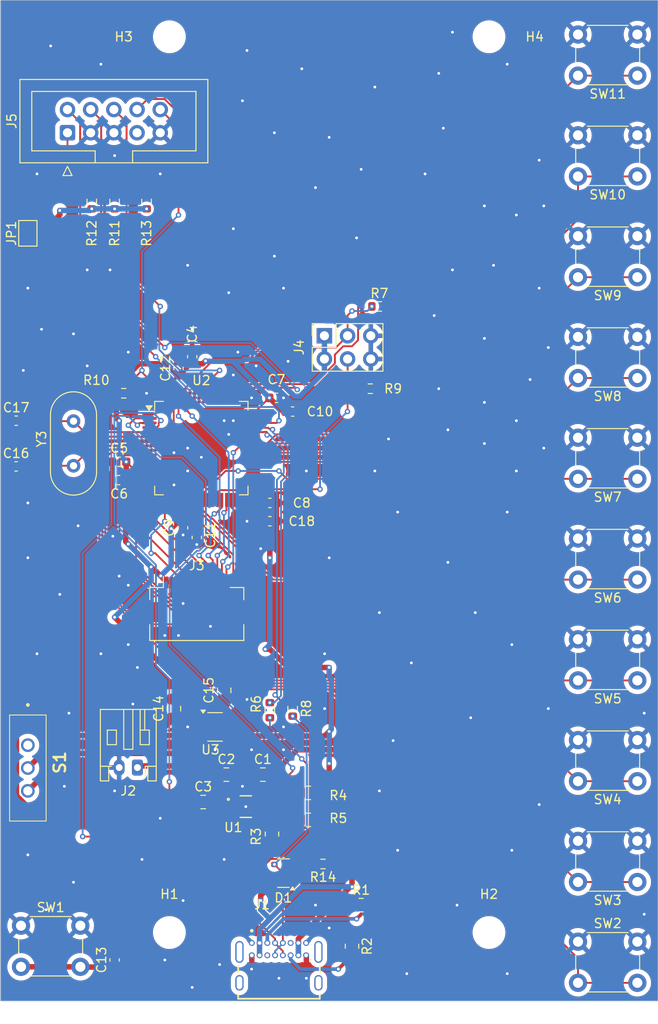
<source format=kicad_pcb>
(kicad_pcb (version 20240108) (generator "pcbnew") (generator_version "8.0")
  (layers (0 "F.Cu" signal) (31 "B.Cu" signal) (34 "B.Paste" user) (35 "F.Paste" user) (36 "B.SilkS" user "B.Silkscreen") (37 "F.SilkS" user "F.Silkscreen") (38 "B.Mask" user) (39 "F.Mask" user) (44 "Edge.Cuts" user))
  (net 0 "")
  (net 1 "GND")
  (net 2 "+5V")
  (net 3 "/RegIn")
  (net 4 "/OSC_OUT")
  (net 5 "/OSC_IN")
  (net 6 "+3V3")
  (net 7 "/NRST")
  (net 8 "Net-(J1-DN1)")
  (net 9 "Net-(J1-DP1)")
  (net 15 "Net-(J1-CC2)")
  (net 17 "Net-(J1-CC1)")
  (net 18 "/SDI(MOSI)")
  (net 19 "/LCD_RST")
  (net 20 "/LCD_CS")
  (net 21 "/SDO(MISO)")
  (net 22 "/CTP_INT")
  (net 23 "/CTP_RST")
  (net 24 "/CTP_SDA")
  (net 25 "/SCK")
  (net 26 "/LCD_RS")
  (net 27 "/CTP_SCL")
  (net 28 "/SD_CS")
  (net 29 "/LED")
  (net 30 "/BOOT0")
  (net 31 "/BOOT1")
  (net 32 "Net-(J5-VTref)")
  (net 33 "/JTDO{slash}TRACESWO")
  (net 34 "/JTDI")
  (net 36 "/JTMS{slash}SWDIO")
  (net 37 "/JTCK{slash}SWCLK")
  (net 38 "Net-(U1-TS{slash}MR)")
  (net 39 "Net-(U1-ISET)")
  (net 40 "Net-(U1-ILIM{slash}VSET)")
  (net 41 "/D+")
  (net 42 "/D-")
  (net 44 "/BTN1")
  (net 45 "/BTN2")
  (net 46 "/BTN3")
  (net 47 "/BTN4")
  (net 48 "/BTN5")
  (net 49 "/BTN6")
  (net 50 "/BTN7")
  (net 51 "/BTN8")
  (net 52 "/BTN9")
  (net 53 "/STAT2")
  (net 54 "/CHARGEENABLE")
  (net 55 "/STAT1")
  (net 74 "/BTN10")
  (net 76 "Net-(J2-Pin_1)")
  (net 77 "Net-(S1-COMM)")
  (footprint "Button_Switch_THT:SW_PUSH_6mm_H4.3mm" (layer "F.Cu") (at 69.75 -57.138885 180)
    (property "Reference" "SW7")
    (property "Value" "IO BTN")
  )
  (footprint "Button_Switch_THT:SW_PUSH_6mm_H4.3mm" (layer "F.Cu") (at 69.75 -24.055554 180)
    (property "Reference" "SW4")
    (property "Value" "IO BTN")
  )
  (footprint "Button_Switch_THT:SW_PUSH_6mm_H4.3mm" (layer "F.Cu") (at 69.75 -13.027777 180)
    (property "Reference" "SW3")
    (property "Value" "IO BTN")
  )
  (footprint "Jumper:SolderJumper-2_P1.3mm_Open_TrianglePad1.0x1.5mm" (layer "F.Cu") (at 3 -84 90)
    (property "Reference" "JP1")
    (property "Value" "SolderJumper_2_Open")
  )
  (footprint "Resistor_SMD:R_0805_2012Metric_Pad1.20x1.40mm_HandSolder" (layer "F.Cu") (at 29.7394 -18.2769 -90)
    (property "Reference" "R3")
    (property "Value" "10k")
  )
  (footprint "Button_Switch_THT:SW_PUSH_6mm_H4.3mm" (layer "F.Cu") (at 69.75 -2 180)
    (property "Reference" "SW2")
    (property "Value" "IO BTN")
  )
  (footprint "MountingHole:MountingHole_3.2mm_M3" (layer "F.Cu") (at 18.5 -7.5)
    (property "Reference" "H1")
    (property "Value" "MountingHole")
  )
  (footprint "Capacitor_SMD:C_0603_1608Metric" (layer "F.Cu") (at 13 -59 180)
    (property "Reference" "C5")
    (property "Value" "10n")
  )
  (footprint "Resistor_SMD:R_0805_2012Metric_Pad1.20x1.40mm_HandSolder" (layer "F.Cu") (at 38.5 -6 -90)
    (property "Reference" "R2")
    (property "Value" "5.1k")
  )
  (footprint "Capacitor_SMD:C_0603_1608Metric" (layer "F.Cu") (at 29.5 -52.5)
    (property "Reference" "C18")
    (property "Value" "100n")
  )
  (footprint "Crystal:Crystal_HC49-U_Vertical" (layer "F.Cu") (at 8 -63.45 -90)
    (property "Reference" "Y3")
    (property "Value" "Crystal")
  )
  (footprint "Resistor_SMD:R_0603_1608Metric" (layer "F.Cu") (at 35.325 -15 180)
    (property "Reference" "R14")
    (property "Value" "1.5k")
  )
  (footprint "Button_Switch_THT:SW_PUSH_6mm_H4.3mm" (layer "F.Cu") (at 69.75 -101.25 180)
    (property "Reference" "SW11")
    (property "Value" "IO BTN")
  )
  (footprint "Resistor_SMD:R_0805_2012Metric_Pad1.20x1.40mm_HandSolder" (layer "F.Cu") (at 33.7394 -22.7769)
    (property "Reference" "R4")
    (property "Value" "1k")
  )
  (footprint "Connector_PinSocket_2.54mm:PinSocket_2x03_P2.54mm_Vertical" (layer "F.Cu") (at 35.475 -72.79 90)
    (property "Reference" "J4")
    (property "Value" "Conn_02x03_Odd_Even")
  )
  (footprint "Resistor_SMD:R_0603_1608Metric" (layer "F.Cu") (at 32 -32 -90)
    (property "Reference" "R8")
    (property "Value" "22")
  )
  (footprint "Connector_FFC-FPC:Hirose_FH12-14S-0.5SH_1x14-1MP_P0.50mm_Horizontal" (layer "F.Cu") (at 21.5 -43.95)
    (property "Reference" "J3")
    (property "Value" "LCD/SD")
  )
  (footprint "Capacitor_SMD:C_0603_1608Metric" (layer "F.Cu") (at 32 -64.5)
    (property "Reference" "C10")
    (property "Value" "100n")
  )
  (footprint "Capacitor_SMD:C_0603_1608Metric" (layer "F.Cu") (at 12.5 -4.5 90)
    (property "Reference" "C13")
    (property "Value" "1u")
  )
  (footprint "Package_TO_SOT_SMD:SOT-143" (layer "F.Cu") (at 31 -14 180)
    (property "Reference" "D1")
    (property "Value" "SP0503BAHT")
  )
  (footprint "Capacitor_SMD:C_0805_2012Metric_Pad1.18x1.45mm_HandSolder" (layer "F.Cu") (at 19 -32 90)
    (property "Reference" "C14")
    (property "Value" "1uF")
  )
  (footprint "Capacitor_SMD:C_0603_1608Metric" (layer "F.Cu") (at 21.5 -50.725 -90)
    (property "Reference" "C11")
    (property "Value" "100n")
  )
  (footprint "Capacitor_SMD:C_0603_1608Metric" (layer "F.Cu") (at 12.94 -57 180)
    (property "Reference" "C6")
    (property "Value" "1u")
  )
  (footprint "Resistor_SMD:R_0603_1608Metric" (layer "F.Cu") (at 13.5 -66.5)
    (property "Reference" "R10")
    (property "Value" "10k")
  )
  (footprint "Capacitor_SMD:C_0805_2012Metric_Pad1.18x1.45mm_HandSolder" (layer "F.Cu") (at 24.5 -34 90)
    (property "Reference" "C15")
    (property "Value" "1uF")
  )
  (footprint "MountingHole:MountingHole_3.2mm_M3" (layer "F.Cu") (at 18.5 -105.5)
    (property "Reference" "H3")
    (property "Value" "MountingHole")
  )
  (footprint "Resistor_SMD:R_0603_1608Metric" (layer "F.Cu") (at 41.5 -76)
    (property "Reference" "R7")
    (property "Value" "10k")
  )
  (footprint "Capacitor_SMD:C_0603_1608Metric" (layer "F.Cu") (at 20 -51.775 -90)
    (property "Reference" "C9")
    (property "Value" "100n")
  )
  (footprint "Button_Switch_THT:SW_PUSH_6mm_H4.3mm" (layer "F.Cu") (at 69.75 -79.194439 180)
    (property "Reference" "SW9")
    (property "Value" "IO BTN")
  )
  (footprint "Connector_JST:JST_PH_S2B-PH-K_1x02_P2.00mm_Horizontal" (layer "F.Cu") (at 15 -25.55 180)
    (property "Reference" "J2")
    (property "Value" "Battery Terminal")
  )
  (footprint "SamacSys_Parts:EG1218" (layer "F.Cu") (at 3 -28 -90)
    (property "Reference" "S1")
    (property "Value" "EG1218" (hide yes))
  )
  (footprint "Resistor_SMD:R_0603_1608Metric" (layer "F.Cu") (at 16 -87.5 90)
    (property "Reference" "R13")
    (property "Value" "100k")
  )
  (footprint "MountingHole:MountingHole_3.2mm_M3" (layer "F.Cu") (at 53.5 -7.5)
    (property "Reference" "H2")
    (property "Value" "MountingHole")
  )
  (footprint "Resistor_SMD:R_0805_2012Metric_Pad1.20x1.40mm_HandSolder" (layer "F.Cu") (at 33.7394 -19.8269)
    (property "Reference" "R5")
    (property "Value" "5k")
  )
  (footprint "Resistor_SMD:R_0603_1608Metric" (layer "F.Cu") (at 40.5 -67)
    (property "Reference" "R9")
    (property "Value" "10k")
  )
  (footprint "MountingHole:MountingHole_3.2mm_M3" (layer "F.Cu") (at 53.5 -105.5)
    (property "Reference" "H4")
    (property "Value" "MountingHole")
  )
  (footprint "Capacitor_SMD:C_0805_2012Metric_Pad1.18x1.45mm_HandSolder" (layer "F.Cu") (at 22.2019 -21.7769)
    (property "Reference" "C3")
    (property "Value" "1uF")
  )
  (footprint "Connector_IDC:IDC-Header_2x05_P2.54mm_Vertical" (layer "F.Cu") (at 7.34 -95 90)
    (property "Reference" "J5")
    (property "Value" "Conn_ARM_JTAG_SWD_10")
  )
  (footprint "Capacitor_SMD:C_0805_2012Metric_Pad1.18x1.45mm_HandSolder" (layer "F.Cu") (at 28.7394 -24.7769)
    (property "Reference" "C1")
    (property "Value" "1uF")
  )
  (footprint "Capacitor_SMD:C_0603_1608Metric" (layer "F.Cu") (at 1.725 -63.5)
    (property "Reference" "C17")
    (property "Value" "20p")
  )
  (footprint "Capacitor_SMD:C_0805_2012Metric_Pad1.18x1.45mm_HandSolder" (layer "F.Cu") (at 24.7394 -24.7769)
    (property "Reference" "C2")
    (property "Value" "10uF")
  )
  (footprint "Capacitor_SMD:C_0603_1608Metric" (layer "F.Cu") (at 30.225 -66)
    (property "Reference" "C7")
    (property "Value" "100n")
  )
  (footprint "Resistor_SMD:R_0805_2012Metric_Pad1.20x1.40mm_HandSolder" (layer "F.Cu") (at 39.5 -10.5)
    (property "Reference" "R1")
    (property "Value" "5.1k")
  )
  (footprint "Package_TO_SOT_SMD:SOT-23-5" (layer "F.Cu") (at 23.5 -30)
    (property "Reference" "U3")
    (property "Value" "AP2112K-3.3")
  )
  (footprint "Resistor_SMD:R_0603_1608Metric" (layer "F.Cu") (at 29.5 -31.825 -90)
    (property "Reference" "R6")
    (property "Value" "22")
  )
  (footprint "Resistor_SMD:R_0603_1608Metric" (layer "F.Cu") (at 10 -87.5 90)
    (property "Reference" "R12")
    (property "Value" "100k")
  )
  (footprint "Capacitor_SMD:C_0603_1608Metric" (layer "F.Cu") (at 21 -70.5 90)
    (property "Reference" "C4")
    (property "Value" "100n")
  )
  (footprint "Capacitor_SMD:C_0603_1608Metric" (layer "F.Cu") (at 1.715 -58.5)
    (property "Reference" "C16")
    (property "Value" "20p")
  )
  (footprint "Package_QFP:LQFP-64_10x10mm_P0.5mm" (layer "F.Cu") (at 22 -60.5)
    (property "Reference" "U2")
    (property "Value" "STM32F103RGTx")
  )
  (footprint "footprints:GCT_USB4085-GF-A_REVB" (layer "F.Cu") (at 30.5 -2)
    (property "Reference" "J1")
    (property "Value" "USB4085-GF-A_REVB")
  )
  (footprint "Button_Switch_THT:SW_PUSH_6mm_H4.3mm" (layer "F.Cu") (at 69.75 -90.222216 180)
    (property "Reference" "SW10")
    (property "Value" "IO BTN")
  )
  (footprint "Button_Switch_THT:SW_PUSH_6mm_H4.3mm" (layer "F.Cu") (at 69.75 -68.166662 180)
    (property "Reference" "SW8")
    (property "Value" "IO BTN")
  )
  (footprint "Button_Switch_THT:SW_PUSH_6mm_H4.3mm" (layer "F.Cu") (at 69.75 -35.083331 180)
    (property "Reference" "SW5")
    (property "Value" "IO BTN")
  )
  (footprint "Capacitor_SMD:C_0603_1608Metric" (layer "F.Cu") (at 29.5 -54.5)
    (property "Reference" "C8")
    (property "Value" "100n")
  )
  (footprint "footprints:WSON10_DLH_TEX" (layer "F.Cu") (at 26.8697 -21.2769)
    (property "Reference" "U1")
    (property "Value" "BQ25185DLHR")
  )
  (footprint "Capacitor_SMD:C_0603_1608Metric" (layer "F.Cu") (at 19.5 -69.225 90)
    (property "Reference" "C12")
    (property "Value" "4.7u")
  )
  (footprint "Resistor_SMD:R_0603_1608Metric" (layer "F.Cu") (at 12.5 -87.5 90)
    (property "Reference" "R11")
    (property "Value" "100k")
  )
  (footprint "Button_Switch_THT:SW_PUSH_6mm_H4.3mm" (layer "F.Cu") (at 2.25 -8.25)
    (property "Reference" "SW1")
    (property "Value" "SW_Push")
  )
  (footprint "Button_Switch_THT:SW_PUSH_6mm_H4.3mm" (layer "F.Cu") (at 69.75 -46.111108 180)
    (property "Reference" "SW6")
    (property "Value" "IO BTN")
  )
  (gr_rect (start 0 -109.5) (end 72 0) (stroke (width 0.05)) (fill none) (layer "Edge.Cuts"))
  (segment (start 26.800001 -52.5) (end 27 -52.5) (width 0.2) (layer "F.Cu") (net 1))
  (segment (start 33.5 -2.5) (end 33.5 -4.985) (width 0.6) (layer "F.Cu") (net 1))
  (segment (start 26.8697 -21.0769) (end 26.8697 -21.2769) (width 0.2) (layer "F.Cu") (net 1))
  (segment (start 18.973 -60.027) (end 19 -60) (width 0.2) (layer "F.Cu") (net 1))
  (segment (start 18.75 -56.223) (end 19 -56.473) (width 0.4) (layer "F.Cu") (net 1))
  (segment (start 20 -43.5) (end 18.75 -44.75) (width 0.2) (layer "F.Cu") (net 1))
  (segment (start 26.2696 -20.4768) (end 26.8697 -21.0769) (width 0.2) (layer "F.Cu") (net 1))
  (segment (start 18.75 -54.825) (end 18.75 -56.223) (width 0.4) (layer "F.Cu") (net 1))
  (segment (start 18.973 -65.027) (end 18.973 -60.027) (width 0.2) (layer "F.Cu") (net 1))
  (segment (start 17.75 -58.75) (end 19 -60) (width 0.2) (layer "F.Cu") (net 1))
  (segment (start 27.525 -3.525) (end 27.5 -3.5) (width 0.6) (layer "F.Cu") (net 1))
  (segment (start 25.75 -63.75) (end 25.5 -63.5) (width 0.2) (layer "F.Cu") (net 1))
  (segment (start 25.25 -54.050001) (end 26.800001 -52.5) (width 0.2) (layer "F.Cu") (net 1))
  (segment (start 27.675 -63.75) (end 25.75 -63.75) (width 0.2) (layer "F.Cu") (net 1))
  (segment (start 25.7394 -20.4768) (end 26.2696 -20.4768) (width 0.2) (layer "F.Cu") (net 1))
  (segment (start 16.325 -58.75) (end 17.75 -58.75) (width 0.2) (layer "F.Cu") (net 1))
  (segment (start 33.5 -4.985) (end 33.475 -5.01) (width 0.6) (layer "F.Cu") (net 1))
  (segment (start 18.75 -65.25) (end 18.973 -65.027) (width 0.2) (layer "F.Cu") (net 1))
  (segment (start 25.25 -54.825) (end 25.25 -54.050001) (width 0.2) (layer "F.Cu") (net 1))
  (segment (start 18.75 -66.175) (end 18.75 -65.25) (width 0.2) (layer "F.Cu") (net 1))
  (segment (start 27.525 -5.01) (end 27.525 -3.525) (width 0.6) (layer "F.Cu") (net 1))
  (segment (start 18.75 -44.75) (end 18.75 -45.8) (width 0.2) (layer "F.Cu") (net 1))
  (via (at 9.5 -80) (size 0.6) (drill 0.3) (layers "F.Cu" "B.Cu") (net 1))
  (via (at 56 -39) (size 0.6) (drill 0.3) (layers "F.Cu" "B.Cu") (net 1))
  (via (at 46.5 -90.5) (size 0.6) (drill 0.3) (layers "F.Cu" "B.Cu") (net 1))
  (via (at 39 -83.5) (size 0.6) (drill 0.3) (layers "F.Cu" "B.Cu") (net 1))
  (via (at 24.5 -15.5) (size 0.6) (drill 0.3) (layers "F.Cu" "B.Cu") (net 1))
  (via (at 59 -21.5) (size 0.6) (drill 0.3) (layers "F.Cu" "B.Cu") (net 1))
  (via (at 31 -78) (size 0.6) (drill 0.3) (layers "F.Cu" "B.Cu") (net 1))
  (via (at 20 -43.5) (size 0.6) (drill 0.3) (layers "F.Cu" "B.Cu") (net 1))
  (via (at 23.5 -27.5) (size 0.6) (drill 0.3) (layers "F.Cu" "B.Cu") (net 1))
  (via (at 36 -8) (size 0.6) (drill 0.3) (layers "F.Cu" "B.Cu") (net 1))
  (via (at 59 -78) (size 0.6) (drill 0.3) (layers "F.Cu" "B.Cu") (net 1))
  (via (at 31 -27.5) (size 0.6) (drill 0.3) (layers "F.Cu" "B.Cu") (net 1))
  (via (at 20.5 -60.5) (size 0.6) (drill 0.3) (layers "F.Cu" "B.Cu") (net 1))
  (via (at 26 -71) (size 0.6) (drill 0.3) (layers "F.Cu" "B.Cu") (net 1))
  (via (at 28.5 -49.5) (size 0.6) (drill 0.3) (layers "F.Cu" "B.Cu") (net 1))
  (via (at 41 -58) (size 0.6) (drill 0.3) (layers "F.Cu" "B.Cu") (net 1))
  (via (at 41.5 -23) (size 0.6) (drill 0.3) (layers "F.Cu" "B.Cu") (net 1))
  (via (at 50 -10.5) (size 0.6) (drill 0.3) (layers "F.Cu" "B.Cu") (net 1))
  (via (at 8.5 -52) (size 0.6) (drill 0.3) (layers "F.Cu" "B.Cu") (net 1))
  (via (at 11 -38) (size 0.6) (drill 0.3) (layers "F.Cu" "B.Cu") (net 1))
  (via (at 3 -78) (size 0.6) (drill 0.3) (layers "F.Cu" "B.Cu") (net 1))
  (via (at 14 -71) (size 0.6) (drill 0.3) (layers "F.Cu" "B.Cu") (net 1))
  (via (at 19.5 -40) (size 0.6) (drill 0.3) (layers "F.Cu" "B.Cu") (net 1))
  (via (at 15 -36.5) (size 0.6) (drill 0.3) (layers "F.Cu" "B.Cu") (net 1))
  (via (at 43.5 -53.5) (size 0.6) (drill 0.3) (layers "F.Cu" "B.Cu") (net 1))
  (via (at 14 -39) (size 0.6) (drill 0.3) (layers "F.Cu" "B.Cu") (net 1))
  (via (at 21 -1.5) (size 0.6) (drill 0.3) (layers "F.Cu" "B.Cu") (net 1))
  (via (at 30 -81.5) (size 0.6) (drill 0.3) (layers "F.Cu" "B.Cu") (net 1))
  (via (at 49 -62.5) (size 0.6) (drill 0.3) (layers "F.Cu" "B.Cu") (net 1))
  (via (at 44.5 -3) (size 0.6) (drill 0.3) (layers "F.Cu" "B.Cu") (net 1))
  (via (at 59 -92) (size 0.6) (drill 0.3) (layers "F.Cu" "B.Cu") (net 1))
  (via (at 3 -16) (size 0.6) (drill 0.3) (layers "F.Cu" "B.Cu") (net 1))
  (via (at 51.5 -31) (size 0.6) (drill 0.3) (layers "F.Cu" "B.Cu") (net 1))
  (via (at 33.5 -2.5) (size 0.6) (drill 0.3) (layers "F.Cu" "B.Cu") (net 1))
  (via (at 53 -87) (size 0.6) (drill 0.3) (layers "F.Cu" "B.Cu") (net 1))
  (via (at 5 -10) (size 0.6) (drill 0.3) (layers "F.Cu" "B.Cu") (net 1))
  (via (at 12.5 -23) (size 0.6) (drill 0.3) (layers "F.Cu" "B.Cu") (net 1))
  (via (at 42.5 -61.5) (size 0.6) (drill 0.3) (layers "F.Cu" "B.Cu") (net 1))
  (via (at 23 -41) (size 0.6) (drill 0.3) (layers "F.Cu" "B.Cu") (net 1))
  (via (at 15.5 -15.5) (size 0.6) (drill 0.3) (layers "F.Cu" "B.Cu") (net 1))
  (via (at 18 -4.5) (size 0.6) (drill 0.3) (layers "F.Cu" "B.Cu") (net 1))
  (via (at 36 -48.5) (size 0.6) (drill 0.3) (layers "F.Cu" "B.Cu") (net 1))
  (via (at 26.5 -98.5) (size 0.6) (drill 0.3) (layers "F.Cu" "B.Cu") (net 1))
  (via (at 49.5 -106) (size 0.6) (drill 0.3) (layers "F.Cu" "B.Cu") (net 1))
  (via (at 35.5 -38) (size 0.6) (drill 0.3) (layers "F.Cu" "B.Cu") (net 1))
  (via (at 20 -11) (size 0.6) (drill 0.3) (layers "F.Cu" "B.Cu") (net 1))
  (via (at 59.5 -87) (size 0.6) (drill 0.3) (layers "F.Cu" "B.Cu") (net 1))
  (via (at 48 -101.5) (size 0.6) (drill 0.3) (layers "F.Cu" "B.Cu") (net 1))
  (via (at 25 -62) (size 0.6) (drill 0.3) (layers "F.Cu" "B.Cu") (net 1))
  (via (at 43.5 -16.5) (size 0.6) (drill 0.3) (layers "F.Cu" "B.Cu") (net 1))
  (via (at 4 -90.5) (size 0.6) (drill 0.3) (layers "F.Cu" "B.Cu") (net 1))
  (via (at 27 -104) (size 0.6) (drill 0.3) (layers "F.Cu" "B.Cu") (net 1))
  (via (at 56.5 -86) (size 0.6) (drill 0.3) (layers "F.Cu" "B.Cu") (net 1))
  (via (at 55.5 -102.5) (size 0.6) (drill 0.3) (layers "F.Cu" "B.Cu") (net 1))
  (via (at 48.5 -95.5) (size 0.6) (drill 0.3) (layers "F.Cu" "B.Cu") (net 1))
  (via (at 34.5 -89) (size 0.6) (drill 0.3) (layers "F.Cu" "B.Cu") (net 1))
  (via (at 24 -4) (size 0.6) (drill 0.3) (layers "F.Cu" "B.Cu") (net 1))
  (via (at 48 -67) (size 0.6) (drill 0.3) (layers "F.Cu" "B.Cu") (net 1))
  (via (at 27.5 -3.5) (size 0.6) (drill 0.3) (layers "F.Cu" "B.Cu") (net 1))
  (via (at 70.5 -31.5) (size 0.6) (drill 0.3) (layers "F.Cu" "B.Cu") (net 1))
  (via (at 8 -13) (size 0.6) (drill 0.3) (layers "F.Cu" "B.Cu") (net 1))
  (via (at 56 -16.5) (size 0.6) (drill 0.3) (layers "F.Cu" "B.Cu") (net 1))
  (via (at 56.5 -58) (size 0.6) (drill 0.3) (layers "F.Cu" "B.Cu") (net 1))
  (via (at 20 -51) (size 0.6) (drill 0.3) (layers "F.Cu" "B.Cu") (net 1))
  (via (at 20.5 -80.5) (size 0.6) (drill 0.3) (layers "F.Cu" "B.Cu") (net 1))
  (via (at 14 -45.5) (size 0.6) (drill 0.3) (layers "F.Cu" "B.Cu") (net 1))
  (via (at 11 -102.5) (size 0.6) (drill 0.3) (layers "F.Cu" "B.Cu") (net 1))
  (via (at 22 -59.5) (size 0.6) (drill 0.3) (layers "F.Cu" "B.Cu") (net 1))
  (via (at 55.5 -53.5) (size 0.6) (drill 0.3) (layers "F.Cu" "B.Cu") (net 1))
  (via (at 30.5 -2.5) (size 0.6) (drill 0.3) (layers "F.Cu" "B.Cu") (net 1))
  (via (at 56.5 -63.5) (size 0.6) (drill 0.3) (layers "F.Cu" "B.Cu") (net 1))
  (via (at 27 -52.5) (size 0.6) (drill 0.3) (layers "F.Cu" "B.Cu") (net 1))
  (via (at 3 -48.5) (size 0.6) (drill 0.3) (layers "F.Cu" "B.Cu") (net 1))
  (via (at 52 -42.5) (size 0.6) (drill 0.3) (layers "F.Cu" "B.Cu") (net 1))
  (via (at 25.5 -68.5) (size 0.6) (drill 0.3) (layers "F.Cu" "B.Cu") (net 1))
  (via (at 18 -40) (size 0.6) (drill 0.3) (layers "F.Cu" "B.Cu") (net 1))
  (via (at 3 -54.5) (size 0.6) (drill 0.3) (layers "F.Cu" "B.Cu") (net 1))
  (via (at 59.5 -60.5) (size 0.6) (drill 0.3) (layers "F.Cu" "B.Cu") (net 1))
  (via (at 31 -30) (size 0.6) (drill 0.3) (layers "F.Cu" "B.Cu") (net 1))
  (via (at 2.5 -69) (size 0.6) (drill 0.3) (layers "F.Cu" "B.Cu") (net 1))
  (via (at 24.5 -63.5) (size 0.6) (drill 0.3) (layers "F.Cu" "B.Cu") (net 1))
  (via (at 17.5 -90.5) (size 0.6) (drill 0.3) (layers "F.Cu" "B.Cu") (net 1))
  (via (at 53 -65.5) (size 0.6) (drill 0.3) (layers "F.Cu" "B.Cu") (net 1))
  (via (at 12 -80) (size 0.6) (drill 0.3) (layers "F.Cu" "B.Cu") (net 1))
  (via (at 4.5 -73.5) (size 0.6) (drill 0.3) (layers "F.Cu" "B.Cu") (net 1))
  (via (at 17.5 -20) (size 0.6) (drill 0.3) (layers "F.Cu" "B.Cu") (net 1))
  (via (at 26.8697 -21.2769) (size 0.6) (drill 0.3) (layers "F.Cu" "B.Cu") (net 1))
  (via (at 31 -66) (size 0.6) (drill 0.3) (layers "F.Cu" "B.Cu") (net 1))
  (via (at 34.5 -10.5) (size 0.6) (drill 0.3) (layers "F.Cu" "B.Cu") (net 1))
  (via (at 41.5 -42.5) (size 0.6) (drill 0.3) (layers "F.Cu" "B.Cu") (net 1))
  (via (at 20.5 -30) (size 0.6) (drill 0.3) (layers "F.Cu" "B.Cu") (net 1))
  (via (at 31.5 -70) (size 0.6) (drill 0.3) (layers "F.Cu" "B.Cu") (net 1))
  (via (at 13 -46.5) (size 0.6) (drill 0.3) (layers "F.Cu" "B.Cu") (net 1))
  (via (at 36 -94.5) (size 0.6) (drill 0.3) (layers "F.Cu" "B.Cu") (net 1))
  (via (at 5.5 -104.5) (size 0.6) (drill 0.3) (layers "F.Cu" "B.Cu") (net 1))
  (via (at 26.5 -23.5) (size 0.6) (drill 0.3) (layers "F.Cu" "B.Cu") (net 1))
  (via (at 12.30699 -50.859382) (size 0.6) (drill 0.3) (layers "F.Cu" "B.Cu") (net 1))
  (via (at 14.5 -32.5) (size 0.6) (drill 0.3) (layers "F.Cu" "B.Cu") (net 1))
  (via (at 30 -95) (size 0.6) (drill 0.3) (layers "F.Cu" "B.Cu") (net 1))
  (via (at 7 -23.5) (size 0.6) (drill 0.3) (layers "F.Cu" "B.Cu") (net 1))
  (via (at 41 -100) (size 0.6) (drill 0.3) (layers "F.Cu" "B.Cu") (net 1))
  (via (at 33.5 -58) (size 0.6) (drill 0.3) (layers "F.Cu" "B.Cu") (net 1))
  (via (at 25.5 -84.5) (size 0.6) (drill 0.3) (layers "F.Cu" "B.Cu") (net 1))
  (via (at 8 -73) (size 0.6) (drill 0.3) (layers "F.Cu" "B.Cu") (net 1))
  (via (at 28 -69.5) (size 0.6) (drill 0.3) (layers "F.Cu" "B.Cu") (net 1))
  (via (at 53 -61) (size 0.6) (drill 0.3) (layers "F.Cu" "B.Cu") (net 1))
  (via (at 60 -71.5) (size 0.6) (drill 0.3) (layers "F.Cu" "B.Cu") (net 1))
  (via (at 39.5 -91) (size 0.6) (drill 0.3) (layers "F.Cu" "B.Cu") (net 1))
  (via (at 19 -60) (size 0.6) (drill 0.3) (layers "F.Cu" "B.Cu") (net 1))
  (via (at 7.5 -31.5) (size 0.6) (drill 0.3) (layers "F.Cu" "B.Cu") (net 1))
  (via (at 55.5 -3) (size 0.6) (drill 0.3) (layers "F.Cu" "B.Cu") (net 1))
  (via (at 27.5 -66) (size 0.6) (drill 0.3) (layers "F.Cu" "B.Cu") (net 1))
  (via (at 35.5 -32) (size 0.6) (drill 0.3) (layers "F.Cu" "B.Cu") (net 1))
  (via (at 45 -37) (size 0.6) (drill 0.3) (layers "F.Cu" "B.Cu") (net 1))
  (via (at 49.5 -80) (size 0.6) (drill 0.3) (layers "F.Cu" "B.Cu") (net 1))
  (via (at 43 -28.5) (size 0.6) (drill 0.3) (layers "F.Cu" "B.Cu") (net 1))
  (via (at 58 -68) (size 0.6) (drill 0.3) (layers "F.Cu" "B.Cu") (net 1))
  (via (at 20.5 -58) (size 0.6) (drill 0.3) (layers "F.Cu" "B.Cu") (net 1))
  (via (at 25 -77.5) (size 0.6) (drill 0.3) (layers "F.Cu" "B.Cu") (net 1))
  (via (at 9.5 -69.5) (size 0.6) (drill 0.3) (layers "F.Cu" "B.Cu") (net 1))
  (via (at 21.5 -49.95) (size 0.6) (drill 0.3) (layers "F.Cu" "B.Cu") (net 1))
  (via (at 47.5 -75) (size 0.6) (drill 0.3) (layers "F.Cu" "B.Cu") (net 1))
  (via (at 54 -80.5) (size 0.6) (drill 0.3) (layers "F.Cu" "B.Cu") (net 1))
  (via (at 12.5 -92.5) (size 0.6) (drill 0.3) (layers "F.Cu" "B.Cu") (net 1))
  (via (at 21 -73.5) (size 0.6) (drill 0.3) (layers "F.Cu" "B.Cu") (net 1))
  (via (at 49 -48) (size 0.6) (drill 0.3) (layers "F.Cu" "B.Cu") (net 1))
  (via (at 4 -38) (size 0.6) (drill 0.3) (layers "F.Cu" "B.Cu") (net 1))
  (via (at 19 -56.473) (size 0.6) (drill 0.3) (layers "F.Cu" "B.Cu") (net 1))
  (via (at 6.5 -44.5) (size 0.6) (drill 0.3) (layers "F.Cu" "B.Cu") (net 1))
  (via (at 60 -32) (size 0.6) (drill 0.3) (layers "F.Cu" "B.Cu") (net 1))
  (via (at 27 -33) (size 0.6) (drill 0.3) (layers "F.Cu" "B.Cu") (net 1))
  (via (at 16 -66.5) (size 0.6) (drill 0.3) (layers "F.Cu" "B.Cu") (net 1))
  (via (at 33 -102) (size 0.6) (drill 0.3) (layers "F.Cu" "B.Cu") (net 1))
  (via (at 25.5 -63.5) (size 0.6) (drill 0.3) (layers "F.Cu" "B.Cu") (net 1))
  (via (at 53 -72.5) (size 0.6) (drill 0.3) (layers "F.Cu" "B.Cu") (net 1))
  (via (at 70.5 -9.5) (size 0.6) (drill 0.3) (layers "F.Cu" "B.Cu") (net 1))
  (via (at 27.5 -27.5) (size 0.6) (drill 0.3) (layers "F.Cu" "B.Cu") (net 1))
  (segment (start 19 -56.5) (end 20.5 -58) (width 0.4) (layer "B.Cu") (net 1))
  (segment (start 19 -56.473) (end 19 -56.5) (width 0.4) (layer "B.Cu") (net 1))
  (segment (start 32.625 -6.819619) (end 32.625 -6.36) (width 0.6) (layer "F.Cu") (net 2))
  (segment (start 28 -22.077) (end 28 -23) (width 0.15) (layer "F.Cu") (net 2))
  (segment (start 29.7769 -24.7769) (end 32.5 -27.5) (width 0.6) (layer "F.Cu") (net 2))
  (segment (start 32.5 -27.5) (end 38.5 -27.5) (width 0.6) (layer "F.Cu") (net 2))
  (segment (start 28.5 -11.55) (end 30 -13.05) (width 0.6) (layer "F.Cu") (net 2))
  (segment (start 28 -23) (end 29.7769 -24.7769) (width 0.15) (layer "F.Cu") (net 2))
  (segment (start 38.5 -27.5) (end 38.5 -12.694619) (width 0.6) (layer "F.Cu") (net 2))
  (segment (start 38.5 -12.694619) (end 32.625 -6.819619) (width 0.6) (layer "F.Cu") (net 2))
  (segment (start 28.5 -11) (end 28.5 -11.55) (width 0.6) (layer "F.Cu") (net 2))
  (via (at 38.5 -12.5) (size 0.6) (drill 0.3) (layers "F.Cu" "B.Cu") (net 2))
  (via (at 28.5 -11) (size 0.6) (drill 0.3) (layers "F.Cu" "B.Cu") (net 2))
  (segment (start 29.5 -9) (end 33 -12.5) (width 0.6) (layer "B.Cu") (net 2))
  (segment (start 28.375 -6.36) (end 28.375 -7.847309) (width 0.6) (layer "B.Cu") (net 2))
  (segment (start 28.5 -10) (end 29.5 -9) (width 0.6) (layer "B.Cu") (net 2))
  (segment (start 32.625 -5.01) (end 32.625 -6.36) (width 0.6) (layer "B.Cu") (net 2))
  (segment (start 28.375 -5.01) (end 28.375 -6.36) (width 0.6) (layer "B.Cu") (net 2))
  (segment (start 28.375 -7.847309) (end 29.513846 -8.986155) (width 0.6) (layer "B.Cu") (net 2))
  (segment (start 33 -12.5) (end 38.5 -12.5) (width 0.6) (layer "B.Cu") (net 2))
  (segment (start 28.5 -11) (end 28.5 -10) (width 0.6) (layer "B.Cu") (net 2))
  (segment (start 7.1019 -27.1019) (end 21.3769 -27.1019) (width 0.6) (layer "F.Cu") (net 3))
  (segment (start 3 -23) (end 7.1019 -27.1019) (width 0.6) (layer "F.Cu") (net 3))
  (segment (start 25.7394 -22.077) (end 25.7394 -22.7394) (width 0.15) (layer "F.Cu") (net 3))
  (segment (start 25.7394 -22.7394) (end 23.7019 -24.7769) (width 0.15) (layer "F.Cu") (net 3))
  (segment (start 21.3769 -27.1019) (end 23.7019 -24.7769) (width 0.6) (layer "F.Cu") (net 3))
  (segment (start 8 -58.57) (end 11.18 -61.75) (width 0.2) (layer "F.Cu") (net 4))
  (segment (start 11.18 -61.75) (end 16.325 -61.75) (width 0.2) (layer "F.Cu") (net 4))
  (segment (start 8 -58.57) (end 2.56 -58.57) (width 0.2) (layer "F.Cu") (net 4))
  (segment (start 2.56 -58.57) (end 2.49 -58.5) (width 0.2) (layer "F.Cu") (net 4))
  (segment (start 8 -63.45) (end 9.2 -62.25) (width 0.2) (layer "F.Cu") (net 5))
  (segment (start 9.2 -62.25) (end 16.325 -62.25) (width 0.2) (layer "F.Cu") (net 5))
  (segment (start 2.55 -63.45) (end 2.5 -63.5) (width 0.2) (layer "F.Cu") (net 5))
  (segment (start 8 -63.45) (end 2.55 -63.45) (width 0.2) (layer "F.Cu") (net 5))
  (segment (start 20 -52.55) (end 19.550001 -52.55) (width 0.6) (layer "F.Cu") (net 6))
  (segment (start 13.715 -50.285) (end 13.715 -57) (width 0.6) (layer "F.Cu") (net 6))
  (segment (start 19.25 -53.3) (end 20 -52.55) (width 0.2) (layer "F.Cu") (net 6))
  (segment (start 16.325 -58.25) (end 14.525 -58.25) (width 0.2) (layer "F.Cu") (net 6))
  (segment (start 18.223 -69.727) (end 19.5 -68.45) (width 0.6) (layer "F.Cu") (net 6))
  (segment (start 3.755 -83.275) (end 6.5 -86.02) (width 0.6) (layer "F.Cu") (net 6))
  (segment (start 29.5 -51.725) (end 29.5 -48.5) (width 0.6) (layer "F.Cu") (net 6))
  (segment (start 36 -29.5) (end 35.5 -29) (width 0.6) (layer "F.Cu") (net 6))
  (segment (start 31.5 -36.5) (end 36 -36.5) (width 0.6) (layer "F.Cu") (net 6))
  (segment (start 35.5 -29) (end 26.7 -29) (width 0.6) (layer "F.Cu") (net 6))
  (segment (start 24.75 -32.7125) (end 24.5 -32.9625) (width 0.6) (layer "F.Cu") (net 6))
  (segment (start 20.775 -69.725) (end 19.5 -68.45) (width 0.6) (layer "F.Cu") (net 6))
  (segment (start 24.75 -30.95) (end 24.75 -32.7125) (width 0.6) (layer "F.Cu") (net 6))
  (segment (start 29.5 -38.5) (end 31.5 -36.5) (width 0.6) (layer "F.Cu") (net 6))
  (segment (start 25.75 -54.825) (end 26.075 -54.5) (width 0.2) (layer "F.Cu") (net 6))
  (segment (start 29.425 -66) (end 27.675 -64.25) (width 0.2) (layer "F.Cu") (net 6))
  (segment (start 12.675 -66.5) (end 12.675 -67.203134) (width 0.6) (layer "F.Cu") (net 6))
  (segment (start 26.7 -29) (end 24.75 -30.95) (width 0.6) (layer "F.Cu") (net 6))
  (segment (start 24.5 -32.9625) (end 21.5375 -32.9625) (width 0.6) (layer "F.Cu") (net 6))
  (segment (start 29.45 -66) (end 29.425 -66) (width 0.2) (layer "F.Cu") (net 6))
  (segment (start 26.075 -54.5) (end 28.725 -54.5) (width 0.2) (layer "F.Cu") (net 6))
  (segment (start 30.95 -64.5) (end 29.45 -66) (width 0.6) (layer "F.Cu") (net 6))
  (segment (start 6.5 -86.02) (end 6.5 -86.5) (width 0.6) (layer "F.Cu") (net 6))
  (segment (start 13.775 -57.06) (end 13.715 -57) (width 0.6) (layer "F.Cu") (net 6))
  (segment (start 28.725 -52.5) (end 29.5 -51.725) (width 0.6) (layer "F.Cu") (net 6))
  (segment (start 18.25 -66.175) (end 18.25 -67.184314) (width 0.2) (layer "F.Cu") (net 6))
  (segment (start 18.173 -45.877) (end 18.173 -45.8) (width 0.6) (layer "F.Cu") (net 6))
  (segment (start 18.25 -67.184314) (end 19.5 -68.434314) (width 0.2) (layer "F.Cu") (net 6))
  (segment (start 3 -83.275) (end 3 -83) (width 0.6) (layer "F.Cu") (net 6))
  (segment (start 12.675 -63.825) (end 13 -63.5) (width 0.6) (layer "F.Cu") (net 6))
  (segment (start 20.45 -52.55) (end 21.5 -51.5) (width 0.6) (layer "F.Cu") (net 6))
  (segment (start 19.550001 -52.55) (end 18.698382 -51.698381) (width 0.6) (layer "F.Cu") (net 6))
  (segment (start 17 -47) (end 17.05 -47) (width 0.6) (layer "F.Cu") (net 6))
  (segment (start 21 -69.725) (end 22.147298 -69.725) (width 0.6) (layer "F.Cu") (net 6))
  (segment (start 21.5375 -32.9625) (end 12.5 -42) (width 0.6) (layer "F.Cu") (net 6))
  (segment (start 14 -50) (end 13.715 -50.285) (width 0.6) (layer "F.Cu") (net 6))
  (segment (start 29 -38.5) (end 29.5 -38.5) (width 0.6) (layer "F.Cu") (net 6))
  (segment (start 19.25 -54.825) (end 19.25 -53.3) (width 0.2) (layer "F.Cu") (net 6))
  (segment (start 12.675 -67.203134) (end 15.198866 -69.727) (width 0.6) (layer "F.Cu") (net 6))
  (segment (start 12.675 -66.5) (end 12.675 -63.825) (width 0.6) (layer "F.Cu") (net 6))
  (segment (start 19.5 -68.434314) (end 19.5 -68.45) (width 0.2) (layer "F.Cu") (net 6))
  (segment (start 15.198866 -69.727) (end 18.223 -69.727) (width 0.6) (layer "F.Cu") (net 6))
  (segment (start 14.525 -58.25) (end 13.775 -59) (width 0.2) (layer "F.Cu") (net 6))
  (segment (start 17.05 -47) (end 18.173 -45.877) (width 0.6) (layer "F.Cu") (net 6))
  (segment (start 12.675 -73.325) (end 12.675 -66.5) (width 0.6) (layer "F.Cu") (net 6))
  (segment (start 16.5 -47.5) (end 17 -47) (width 0.6) (layer "F.Cu") (net 6))
  (segment (start 36.15 -15) (end 36 -15.15) (width 0.6) (layer "F.Cu") (net 6))
  (segment (start 3 -83) (end 12.675 -73.325) (width 0.6) (layer "F.Cu") (net 6))
  (segment (start 13.775 -59) (end 13.775 -57.06) (width 0.6) (layer "F.Cu") (net 6))
  (segment (start 21 -69.725) (end 20.775 -69.725) (width 0.6) (layer "F.Cu") (net 6))
  (segment (start 22.147298 -69.725) (end 22.461149 -70.038851) (width 0.6) (layer "F.Cu") (net 6))
  (segment (start 3 -83.275) (end 3.755 -83.275) (width 0.6) (layer "F.Cu") (net 6))
  (segment (start 28.725 -52.5) (end 28.725 -54.5) (width 0.6) (layer "F.Cu") (net 6))
  (segment (start 36 -15.15) (end 36 -26) (width 0.6) (layer "F.Cu") (net 6))
  (segment (start 31.225 -64.5) (end 30.95 -64.5) (width 0.6) (layer "F.Cu") (net 6))
  (segment (start 20 -52.55) (end 20.45 -52.55) (width 0.6) (layer "F.Cu") (net 6))
  (via (at 12.5 -42) (size 0.6) (drill 0.3) (layers "F.Cu" "B.Cu") (net 6))
  (via (at 36 -29.5) (size 0.6) (drill 0.3) (layers "F.Cu" "B.Cu") (net 6))
  (via (at 29.45 -66) (size 0.6) (drill 0.3) (layers "F.Cu" "B.Cu") (net 6))
  (via (at 18.698382 -51.698381) (size 0.6) (drill 0.3) (layers "F.Cu" "B.Cu") (net 6))
  (via (at 10 -86.675) (size 0.6) (drill 0.3) (layers "F.Cu" "B.Cu") (net 6))
  (via (at 6.5 -86.5) (size 0.6) (drill 0.3) (layers "F.Cu" "B.Cu") (net 6))
  (via (at 13 -63.5) (size 0.6) (drill 0.3) (layers "F.Cu" "B.Cu") (net 6))
  (via (at 12.5 -86.675) (size 0.6) (drill 0.3) (layers "F.Cu" "B.Cu") (net 6))
  (via (at 17.554 -46.525) (size 0.6) (drill 0.3) (layers "F.Cu" "B.Cu") (net 6))
  (via (at 29 -38.5) (size 0.6) (drill 0.3) (layers "F.Cu" "B.Cu") (net 6))
  (via (at 16.5 -47.5) (size 0.6) (drill 0.3) (layers "F.Cu" "B.Cu") (net 6))
  (via (at 36 -26) (size 0.6) (drill 0.3) (layers "F.Cu" "B.Cu") (net 6))
  (via (at 13.775 -59) (size 0.6) (drill 0.3) (layers "F.Cu" "B.Cu") (net 6))
  (via (at 14 -50) (size 0.6) (drill 0.3) (layers "F.Cu" "B.Cu") (net 6))
  (via (at 22.461149 -70.038851) (size 0.6) (drill 0.3) (layers "F.Cu" "B.Cu") (net 6))
  (via (at 36 -36.5) (size 0.6) (drill 0.3) (layers "F.Cu" "B.Cu") (net 6))
  (via (at 29.5 -48.5) (size 0.6) (drill 0.3) (layers "F.Cu" "B.Cu") (net 6))
  (via (at 16 -86.675) (size 0.6) (drill 0.3) (layers "F.Cu" "B.Cu") (net 6))
  (segment (start 29.5 -48.5) (end 29.5 -39) (width 0.6) (layer "B.Cu") (net 6))
  (segment (start 25.45 -70) (end 29.45 -66) (width 0.6) (layer "B.Cu") (net 6))
  (segment (start 10 -86.675) (end 12.5 -86.675) (width 0.6) (layer "B.Cu") (net 6))
  (segment (start 36 -26) (end 36 -29.5) (width 0.6) (layer "B.Cu") (net 6))
  (segment (start 32.198866 -66.173) (end 32.801134 -66.173) (width 0.6) (layer "B.Cu") (net 6))
  (segment (start 16.5 -46) (end 16.5 -47.5) (width 0.6) (layer "B.Cu") (net 6))
  (segment (start 22.461149 -70.038851) (end 22.5 -70) (width 0.6) (layer "B.Cu") (net 6))
  (segment (start 32.801134 -66.173) (end 35.475 -68.846866) (width 0.6) (layer "B.Cu") (net 6))
  (segment (start 13 -59.775) (end 13.775 -59) (width 0.6) (layer "B.Cu") (net 6))
  (segment (start 30.327355 -68.327355) (end 30.327355 -68.044511) (width 0.6) (layer "B.Cu") (net 6))
  (segment (start 26.5 -70) (end 26.727 -70.227) (width 0.6) (layer "B.Cu") (net 6))
  (segment (start 22.5 -70) (end 25.45 -70) (width 0.6) (layer "B.Cu") (net 6))
  (segment (start 36 -35.5) (end 36.227 -35.273) (width 0.6) (layer "B.Cu") (net 6))
  (segment (start 16.5 -47.5) (end 14 -50) (width 0.6) (layer "B.Cu") (net 6))
  (segment (start 13 -63.5) (end 13 -59.775) (width 0.6) (layer "B.Cu") (net 6))
  (segment (start 12.5 -42) (end 16.5 -46) (width 0.6) (layer "B.Cu") (net 6))
  (segment (start 6.5 -86.5) (end 9.825 -86.5) (width 0.6) (layer "B.Cu") (net 6))
  (segment (start 26.727 -70.227) (end 28.42771 -70.227) (width 0.6) (layer "B.Cu") (net 6))
  (segment (start 18.698382 -47.669382) (end 17.554 -46.525) (width 0.6) (layer "B.Cu") (net 6))
  (segment (start 36.227 -29.727) (end 36 -29.5) (width 0.6) (layer "B.Cu") (net 6))
  (segment (start 35.475 -70.25) (end 35.475 -72.79) (width 0.6) (layer "B.Cu") (net 6))
  (segment (start 12.5 -86.675) (end 16 -86.675) (width 0.6) (layer "B.Cu") (net 6))
  (segment (start 28.42771 -70.227) (end 30.327355 -68.327355) (width 0.6) (layer "B.Cu") (net 6))
  (segment (start 9.825 -86.5) (end 10 -86.675) (width 0.6) (layer "B.Cu") (net 6))
  (segment (start 29.5 -39) (end 29 -38.5) (width 0.6) (layer "B.Cu") (net 6))
  (segment (start 25.45 -70) (end 26.5 -70) (width 0.6) (layer "B.Cu") (net 6))
  (segment (start 18.698382 -51.698381) (end 18.698382 -47.669382) (width 0.6) (layer "B.Cu") (net 6))
  (segment (start 36 -36.5) (end 36 -35.5) (width 0.6) (layer "B.Cu") (net 6))
  (segment (start 35.475 -68.846866) (end 35.475 -70.25) (width 0.6) (layer "B.Cu") (net 6))
  (segment (start 30.327355 -68.044511) (end 32.198866 -66.173) (width 0.6) (layer "B.Cu") (net 6))
  (segment (start 36.227 -35.273) (end 36.227 -29.727) (width 0.6) (layer "B.Cu") (net 6))
  (segment (start 19.5 -95.54) (end 17.5 -97.54) (width 0.2) (layer "F.Cu") (net 7))
  (segment (start 11.825774 -61.25) (end 16.325 -61.25) (width 0.4) (layer "F.Cu") (net 7))
  (segment (start 12.5 -3.725) (end 8.775 -3.725) (width 0.6) (layer "F.Cu") (net 7))
  (segment (start 19.5 -86) (end 19.5 -95.54) (width 0.2) (layer "F.Cu") (net 7))
  (segment (start 1.85 -49.443) (end 10.407 -58) (width 0.4) (layer "F.Cu") (net 7))
  (segment (start 10.407 -59.831226) (end 11.825774 -61.25) (width 0.4) (layer "F.Cu") (net 7))
  (segment (start 18.5 -64.72083) (end 18.5 -62.61759) (width 0.2) (layer "F.Cu") (net 7))
  (segment (start 1.85 -22.523654) (end 1.85 -49.443) (width 0.4) (layer "F.Cu") (net 7))
  (segment (start 17.873 -66.427) (end 17.873 -65.34783) (width 0.2) (layer "F.Cu") (net 7))
  (segment (start 15.5 -69) (end 14.325 -67.825) (width 0.2) (layer "F.Cu") (net 7))
  (segment (start 12.5 -3.725) (end 13.302 -4.527) (width 0.4) (layer "F.Cu") (net 7))
  (segment (start 17.13241 -61.25) (end 16.325 -61.25) (width 0.2) (layer "F.Cu") (net 7))
  (segment (start 15.5 -68.8) (end 17.873 -66.427) (width 0.2) (layer "F.Cu") (net 7))
  (segment (start 13.302 -4.527) (end 13.302 -11.071654) (width 0.4) (layer "F.Cu") (net 7))
  (segment (start 10.407 -58) (end 10.407 -59.831226) (width 0.4) (layer "F.Cu") (net 7))
  (segment (start 17.873 -65.34783) (end 18.5 -64.72083) (width 0.2) (layer "F.Cu") (net 7))
  (segment (start 13.302 -11.071654) (end 1.85 -22.523654) (width 0.4) (layer "F.Cu") (net 7))
  (segment (start 18.5 -62.61759) (end 17.13241 -61.25) (width 0.2) (layer "F.Cu") (net 7))
  (segment (start 8.75 -3.75) (end 2.25 -3.75) (width 0.6) (layer "F.Cu") (net 7))
  (segment (start 14.325 -67.825) (end 14.325 -66.5) (width 0.2) (layer "F.Cu") (net 7))
  (segment (start 8.775 -3.725) (end 8.75 -3.75) (width 0.6) (layer "F.Cu") (net 7))
  (segment (start 15.5 -69) (end 15.5 -68.8) (width 0.2) (layer "F.Cu") (net 7))
  (via (at 15.5 -69) (size 0.6) (drill 0.3) (layers "F.Cu" "B.Cu") (net 7))
  (via (at 19.5 -86) (size 0.6) (drill 0.3) (layers "F.Cu" "B.Cu") (net 7))
  (segment (start 15.5 -69) (end 15.5 -82) (width 0.2) (layer "B.Cu") (net 7))
  (segment (start 15.5 -82) (end 19.5 -86) (width 0.2) (layer "B.Cu") (net 7))
  (segment (start 30.925 -14.025) (end 30.925 -6.36) (width 0.2) (layer "F.Cu") (net 8))
  (segment (start 30 -14.95) (end 30.925 -14.025) (width 0.2) (layer "F.Cu") (net 8))
  (via (at 32 -31.175) (size 0.6) (drill 0.3) (layers "F.Cu" "B.Cu") (net 8))
  (via (at 30 -14.95) (size 0.6) (drill 0.3) (layers "F.Cu" "B.Cu") (net 8))
  (segment (start 30.075 -5.01) (end 30.075 -5.469045) (width 0.2) (layer "B.Cu") (net 8))
  (segment (start 30.925 -6.319045) (end 30.925 -6.36) (width 0.2) (layer "B.Cu") (net 8))
  (segment (start 33.527 -18.477) (end 33.527 -29.648) (width 0.2) (layer "B.Cu") (net 8))
  (segment (start 30 -14.95) (end 33.527 -18.477) (width 0.2) (layer "B.Cu") (net 8))
  (segment (start 30.075 -5.469045) (end 30.925 -6.319045) (width 0.2) (layer "B.Cu") (net 8))
  (segment (start 33.527 -29.648) (end 32 -31.175) (width 0.2) (layer "B.Cu") (net 8))
  (segment (start 30.075 -6.819619) (end 30.075 -6.36) (width 0.2) (layer "F.Cu") (net 9))
  (segment (start 29.529724 -15.470276) (end 27.5 -13.440552) (width 0.2) (layer "F.Cu") (net 9))
  (segment (start 32.959348 -18.8999) (end 33.293906 -18.8999) (width 0.2) (layer "F.Cu") (net 9))
  (segment (start 32 -14.95) (end 31.4 -15.55) (width 0.2) (layer "F.Cu") (net 9))
  (segment (start 29.609448 -15.55) (end 29.529724 -15.470276) (width 0.2) (layer "F.Cu") (net 9))
  (segment (start 33.5664 -25.9336) (end 33 -26.5) (width 0.2) (layer "F.Cu") (net 9))
  (segment (start 27.5 -9.394619) (end 30.075 -6.819619) (width 0.2) (layer "F.Cu") (net 9))
  (segment (start 32 -14.95) (end 32.45 -14.95) (width 0.2) (layer "F.Cu") (net 9))
  (segment (start 27.5 -13.440552) (end 27.5 -9.394619) (width 0.2) (layer "F.Cu") (net 9))
  (segment (start 32.5 -15) (end 34.5 -15) (width 0.2) (layer "F.Cu") (net 9))
  (segment (start 29.529724 -15.470276) (end 32.959348 -18.8999) (width 0.2) (layer "F.Cu") (net 9))
  (segment (start 33.293906 -18.8999) (end 33.5664 -19.172394) (width 0.2) (layer "F.Cu") (net 9))
  (segment (start 30.075 -6.319619) (end 30.925 -5.469619) (width 0.2) (layer "F.Cu") (net 9))
  (segment (start 33.5664 -19.172394) (end 33.5664 -25.9336) (width 0.2) (layer "F.Cu") (net 9))
  (segment (start 32.45 -14.95) (end 32.5 -15) (width 0.2) (layer "F.Cu") (net 9))
  (segment (start 31.4 -15.55) (end 29.609448 -15.55) (width 0.2) (layer "F.Cu") (net 9))
  (segment (start 30.075 -6.819619) (end 30.075 -6.319619) (width 0.2) (layer "F.Cu") (net 9))
  (segment (start 30.925 -5.469619) (end 30.925 -5.01) (width 0.2) (layer "F.Cu") (net 9))
  (via (at 29.5 -31) (size 0.6) (drill 0.3) (layers "F.Cu" "B.Cu") (net 9))
  (via (at 33 -26.5) (size 0.6) (drill 0.3) (layers "F.Cu" "B.Cu") (net 9))
  (segment (start 33 -26.5) (end 29.5 -30) (width 0.2) (layer "B.Cu") (net 9))
  (segment (start 29.5 -30) (end 29.5 -31) (width 0.2) (layer "B.Cu") (net 9))
  (segment (start 37 -3.5) (end 38.5 -5) (width 0.4) (layer "F.Cu") (net 15))
  (via (at 37 -3.5) (size 0.6) (drill 0.3) (layers "F.Cu" "B.Cu") (net 15))
  (segment (start 31.775 -5.01) (end 31.775 -4.550381) (width 0.4) (layer "B.Cu") (net 15))
  (segment (start 31.775 -4.550381) (end 32.825381 -3.5) (width 0.4) (layer "B.Cu") (net 15))
  (segment (start 32.825381 -3.5) (end 37 -3.5) (width 0.4) (layer "B.Cu") (net 15))
  (segment (start 39 -9) (end 40.5 -10.5) (width 0.4) (layer "F.Cu") (net 17))
  (via (at 39 -9) (size 0.6) (drill 0.3) (layers "F.Cu" "B.Cu") (net 17))
  (segment (start 29.225 -6.36) (end 29.225 -7.225) (width 0.4) (layer "B.Cu") (net 17))
  (segment (start 31 -9) (end 39 -9) (width 0.4) (layer "B.Cu") (net 17))
  (segment (start 29.225 -7.225) (end 31 -9) (width 0.4) (layer "B.Cu") (net 17))
  (segment (start 20.75 -44.834314) (end 21.584314 -44) (width 0.2) (layer "F.Cu") (net 18))
  (segment (start 23.036621 -52.463379) (end 22.907451 -52.463379) (width 0.2) (layer "F.Cu") (net 18))
  (segment (start 26 -45.084315) (end 26 -49.5) (width 0.2) (layer "F.Cu") (net 18))
  (segment (start 21.584314 -44) (end 24.915685 -44) (width 0.2) (layer "F.Cu") (net 18))
  (segment (start 26 -49.5) (end 23.036621 -52.463379) (width 0.2) (layer "F.Cu") (net 18))
  (segment (start 24.915685 -44) (end 26 -45.084315) (width 0.2) (layer "F.Cu") (net 18))
  (segment (start 22.907451 -52.463379) (end 21.25 -54.12083) (width 0.2) (layer "F.Cu") (net 18))
  (segment (start 21.25 -54.12083) (end 21.25 -54.825) (width 0.2) (layer "F.Cu") (net 18))
  (segment (start 20.75 -45.8) (end 20.75 -44.834314) (width 0.2) (layer "F.Cu") (net 18))
  (segment (start 19.75 -45.8) (end 19.75 -45.046) (width 0.2) (layer "F.Cu") (net 19))
  (segment (start 14.85 -47.65) (end 14.85 -57.148096) (width 0.2) (layer "F.Cu") (net 19))
  (segment (start 20 -42.5) (end 14.85 -47.65) (width 0.2) (layer "F.Cu") (net 19))
  (segment (start 22.296 -42.5) (end 20 -42.5) (width 0.2) (layer "F.Cu") (net 19))
  (segment (start 19.75 -45.046) (end 22.296 -42.5) (width 0.2) (layer "F.Cu") (net 19))
  (segment (start 14.85 -57.148096) (end 15.451904 -57.75) (width 0.2) (layer "F.Cu") (net 19))
  (segment (start 15.451904 -57.75) (end 16.325 -57.75) (width 0.2) (layer "F.Cu") (net 19))
  (segment (start 19.25 -46.7) (end 16.95 -49) (width 0.2) (layer "F.Cu") (net 20))
  (segment (start 18 -52.5) (end 18 -53.5) (width 0.2) (layer "F.Cu") (net 20))
  (segment (start 16.95 -49) (end 16.5 -49) (width 0.2) (layer "F.Cu") (net 20))
  (segment (start 18.25 -53.75) (end 18.25 -54.825) (width 0.2) (layer "F.Cu") (net 20))
  (segment (start 19.25 -45.8) (end 19.25 -46.7) (width 0.2) (layer "F.Cu") (net 20))
  (segment (start 18 -53.5) (end 18.25 -53.75) (width 0.2) (layer "F.Cu") (net 20))
  (via (at 18 -52.5) (size 0.6) (drill 0.3) (layers "F.Cu" "B.Cu") (net 20))
  (via (at 16.5 -49) (size 0.6) (drill 0.3) (layers "F.Cu" "B.Cu") (net 20))
  (segment (start 16.5 -49) (end 16.5 -51) (width 0.2) (layer "B.Cu") (net 20))
  (segment (start 16.5 -51) (end 18 -52.5) (width 0.2) (layer "B.Cu") (net 20))
  (segment (start 18.5 -57) (end 17 -55.5) (width 0.2) (layer "F.Cu") (net 21))
  (segment (start 20.75 -57) (end 18.5 -57) (width 0.2) (layer "F.Cu") (net 21))
  (segment (start 20.75 -54.825) (end 20.75 -57) (width 0.2) (layer "F.Cu") (net 21))
  (segment (start 17 -52.651471) (end 22.25 -47.401471) (width 0.2) (layer "F.Cu") (net 21))
  (segment (start 22.25 -47.401471) (end 22.25 -45.8) (width 0.2) (layer "F.Cu") (net 21))
  (segment (start 17 -55.5) (end 17 -52.651471) (width 0.2) (layer "F.Cu") (net 21))
  (segment (start 19.75 -65.315686) (end 19.75 -66.175) (width 0.2) (layer "F.Cu") (net 22))
  (segment (start 20.5 -64.5) (end 20.5 -64.565686) (width 0.2) (layer "F.Cu") (net 22))
  (segment (start 24.35 -48.080949) (end 24.25 -47.980949) (width 0.2) (layer "F.Cu") (net 22))
  (segment (start 24.25 -47.980949) (end 24.25 -45.8) (width 0.2) (layer "F.Cu") (net 22))
  (segment (start 21 -64) (end 20.5 -64.5) (width 0.2) (layer "F.Cu") (net 22))
  (segment (start 20.5 -64.565686) (end 19.75 -65.315686) (width 0.2) (layer "F.Cu") (net 22))
  (via (at 21 -64) (size 0.6) (drill 0.3) (layers "F.Cu" "B.Cu") (net 22))
  (via (at 24.35 -48.080949) (size 0.6) (drill 0.3) (layers "F.Cu" "B.Cu") (net 22))
  (segment (start 24.35 -48.080949) (end 25 -48.730949) (width 0.2) (layer "B.Cu") (net 22))
  (segment (start 24.973 -60.027) (end 21 -64) (width 0.2) (layer "B.Cu") (net 22))
  (segment (start 25 -48.730949) (end 25 -59.754709) (width 0.2) (layer "B.Cu") (net 22))
  (segment (start 25 -59.754709) (end 24.973 -59.781709) (width 0.2) (layer "B.Cu") (net 22))
  (segment (start 24.973 -59.781709) (end 24.973 -60.027) (width 0.2) (layer "B.Cu") (net 22))
  (segment (start 19.5 -65) (end 19.25 -65.25) (width 0.2) (layer "F.Cu") (net 23))
  (segment (start 22.75 -48.75) (end 23.25 -48.25) (width 0.2) (layer "F.Cu") (net 23))
  (segment (start 23.25 -48.25) (end 23.25 -45.8) (width 0.2) (layer "F.Cu") (net 23))
  (segment (start 19.25 -65.25) (end 19.25 -66.175) (width 0.2) (layer "F.Cu") (net 23))
  (segment (start 19.5 -64) (end 19.5 -65) (width 0.2) (layer "F.Cu") (net 23))
  (via (at 22.75 -48.75) (size 0.6) (drill 0.3) (layers "F.Cu" "B.Cu") (net 23))
  (via (at 19.5 -64) (size 0.6) (drill 0.3) (layers "F.Cu" "B.Cu") (net 23))
  (segment (start 24 -53.699291) (end 24 -59.5) (width 0.2) (layer "B.Cu") (net 23))
  (segment (start 24 -53.154709) (end 23.946 -53.208709) (width 0.2) (layer "B.Cu") (net 23))
  (segment (start 23.946 -53.645291) (end 24 -53.699291) (width 0.2) (layer "B.Cu") (net 23))
  (segment (start 24 -50) (end 24 -53.154709) (width 0.2) (layer "B.Cu") (net 23))
  (segment (start 23.946 -53.208709) (end 23.946 -53.645291) (width 0.2) (layer "B.Cu") (net 23))
  (segment (start 22.75 -48.75) (end 24 -50) (width 0.2) (layer "B.Cu") (net 23))
  (segment (start 24 -59.5) (end 19.5 -64) (width 0.2) (layer "B.Cu") (net 23))
  (segment (start 24.473 -53.427) (end 24.75 -53.704) (width 0.2) (layer "F.Cu") (net 24))
  (segment (start 23.75 -48.75) (end 23.75 -45.8) (width 0.2) (layer "F.Cu") (net 24))
  (segment (start 24.75 -53.704) (end 24.75 -54.825) (width 0.2) (layer "F.Cu") (net 24))
  (via (at 23.75 -48.75) (size 0.6) (drill 0.3) (layers "F.Cu" "B.Cu") (net 24))
  (via (at 24.473 -53.427) (size 0.6) (drill 0.3) (layers "F.Cu" "B.Cu") (net 24))
  (segment (start 24.473 -53.427) (end 24.473 -49.473) (width 0.2) (layer "B.Cu") (net 24))
  (segment (start 24.473 -49.473) (end 23.75 -48.75) (width 0.2) (layer "B.Cu") (net 24))
  (segment (start 21.25 -45.8) (end 21.25 -44.9) (width 0.2) (layer "F.Cu") (net 25))
  (segment (start 24.85 -44.5) (end 25.5 -45.15) (width 0.2) (layer "F.Cu") (net 25))
  (segment (start 20.25 -54.050001) (end 20.25 -54.825) (width 0.2) (layer "F.Cu") (net 25))
  (segment (start 25.5 -48.800001) (end 20.25 -54.050001) (width 0.2) (layer "F.Cu") (net 25))
  (segment (start 25.5 -45.15) (end 25.5 -48.800001) (width 0.2) (layer "F.Cu") (net 25))
  (segment (start 21.65 -44.5) (end 24.85 -44.5) (width 0.2) (layer "F.Cu") (net 25))
  (segment (start 21.25 -44.9) (end 21.65 -44.5) (width 0.2) (layer "F.Cu") (net 25))
  (segment (start 15.51759 -57.25) (end 16.325 -57.25) (width 0.2) (layer "F.Cu") (net 26))
  (segment (start 20.25 -46.75) (end 15.25 -51.75) (width 0.2) (layer "F.Cu") (net 26))
  (segment (start 20.25 -45.8) (end 20.25 -46.75) (width 0.2) (layer "F.Cu") (net 26))
  (segment (start 15.25 -56.98241) (end 15.51759 -57.25) (width 0.2) (layer "F.Cu") (net 26))
  (segment (start 15.25 -51.75) (end 15.25 -56.98241) (width 0.2) (layer "F.Cu") (net 26))
  (segment (start 24.25 -54.01759) (end 24.25 -54.825) (width 0.2) (layer "F.Cu") (net 27))
  (segment (start 23.419 -53.317379) (end 23.549789 -53.317379) (width 0.2) (layer "F.Cu") (net 27))
  (segment (start 23.549789 -53.317379) (end 24.25 -54.01759) (width 0.2) (layer "F.Cu") (net 27))
  (segment (start 22.75 -47.75) (end 22.75 -45.8) (width 0.2) (layer "F.Cu") (net 27))
  (segment (start 21.75 -48.75) (end 22.75 -47.75) (width 0.2) (layer "F.Cu") (net 27))
  (via (at 23.419 -53.317379) (size 0.6) (drill 0.3) (layers "F.Cu" "B.Cu") (net 27))
  (via (at 21.75 -48.75) (size 0.6) (drill 0.3) (layers "F.Cu" "B.Cu") (net 27))
  (segment (start 23 -50) (end 21.75 -48.75) (width 0.2) (layer "B.Cu") (net 27))
  (segment (start 23 -52.898379) (end 23 -50) (width 0.2) (layer "B.Cu") (net 27))
  (segment (start 23.419 -53.317379) (end 23 -52.898379) (width 0.2) (layer "B.Cu") (net 27))
  (segment (start 24.75 -45.8) (end 24.75 -47.35) (width 0.2) (layer "F.Cu") (net 28))
  (segment (start 24.75 -47.35) (end 24.9 -47.5) (width 0.2) (layer "F.Cu") (net 28))
  (segment (start 26.25 -60.75) (end 27.675 -60.75) (width 0.2) (layer "F.Cu") (net 28))
  (segment (start 25.5 -60) (end 26.25 -60.75) (width 0.2) (layer "F.Cu") (net 28))
  (via (at 24.9 -47.5) (size 0.6) (drill 0.3) (layers "F.Cu" "B.Cu") (net 28))
  (via (at 25.5 -60) (size 0.6) (drill 0.3) (layers "F.Cu" "B.Cu") (net 28))
  (segment (start 25.5 -48.1) (end 25.5 -60) (width 0.2) (layer "B.Cu") (net 28))
  (segment (start 24.9 -47.5) (end 25.5 -48.1) (width 0.2) (layer "B.Cu") (net 28))
  (segment (start 16.325 -52.125) (end 21.75 -46.7) (width 0.2) (layer "F.Cu") (net 29))
  (segment (start 21.75 -46.7) (end 21.75 -45.8) (width 0.2) (layer "F.Cu") (net 29))
  (segment (start 16.325 -56.75) (end 16.325 -52.125) (width 0.2) (layer "F.Cu") (net 29))
  (segment (start 28.5 -71.5) (end 27 -70) (width 0.2) (layer "F.Cu") (net 30))
  (segment (start 27 -70) (end 23.16759 -70) (width 0.2) (layer "F.Cu") (net 30))
  (segment (start 36.725 -71.5) (end 28.5 -71.5) (width 0.2) (layer "F.Cu") (net 30))
  (segment (start 23.16759 -70) (end 20.25 -67.08241) (width 0.2) (layer "F.Cu") (net 30))
  (segment (start 38.015 -75.015) (end 38.5 -75.5) (width 0.2) (layer "F.Cu") (net 30))
  (segment (start 20.25 -67.08241) (end 20.25 -66.175) (width 0.2) (layer "F.Cu") (net 30))
  (segment (start 38.015 -72.79) (end 36.725 -71.5) (width 0.2) (layer "F.Cu") (net 30))
  (segment (start 38.015 -72.79) (end 38.015 -75.015) (width 0.2) (layer "F.Cu") (net 30))
  (via (at 40.675 -76) (size 0.6) (drill 0.3) (layers "F.Cu" "B.Cu") (net 30))
  (via (at 38.5 -75.5) (size 0.6) (drill 0.3) (layers "F.Cu" "B.Cu") (net 30))
  (segment (start 38.5 -75.5) (end 40.175 -75.5) (width 0.2) (layer "B.Cu") (net 30))
  (segment (start 40.175 -75.5) (end 40.675 -76) (width 0.2) (layer "B.Cu") (net 30))
  (segment (start 38.015 -70.25) (end 38.015 -68.66) (width 0.2) (layer "F.Cu") (net 31))
  (segment (start 24.01759 -55.9) (end 23.75 -55.63241) (width 0.2) (layer "F.Cu") (net 31))
  (segment (start 38 -64.5) (end 38.015 -64.515) (width 0.2) (layer "F.Cu") (net 31))
  (segment (start 28.13241 -55.9) (end 28.23241 -56) (width 0.2) (layer "F.Cu") (net 31))
  (segment (start 23.75 -55.63241) (end 23.75 -54.825) (width 0.2) (layer "F.Cu") (net 31))
  (segment (start 24.01759 -55.9) (end 28.13241 -55.9) (width 0.2) (layer "F.Cu") (net 31))
  (segment (start 28.23241 -56) (end 35 -56) (width 0.2) (layer "F.Cu") (net 31))
  (segment (start 38.015 -68.66) (end 39.675 -67) (width 0.2) (layer "F.Cu") (net 31))
  (segment (start 38.015 -64.515) (end 38.015 -70.25) (width 0.2) (layer "F.Cu") (net 31))
  (via (at 35 -56) (size 0.6) (drill 0.3) (layers "F.Cu" "B.Cu") (net 31))
  (via (at 38 -64.5) (size 0.6) (drill 0.3) (layers "F.Cu" "B.Cu") (net 31))
  (segment (start 35 -56) (end 35 -61.5) (width 0.2) (layer "B.Cu") (net 31))
  (segment (start 35 -61.5) (end 38 -64.5) (width 0.2) (layer "B.Cu") (net 31))
  (segment (start 7.34 -89.065) (end 3 -84.725) (width 0.2) (layer "F.Cu") (net 32))
  (segment (start 7.34 -95) (end 7.34 -89.065) (width 0.2) (layer "F.Cu") (net 32))
  (segment (start 13.81 -90.515) (end 16 -88.325) (width 0.2) (layer "F.Cu") (net 33))
  (segment (start 24 -69) (end 22.75 -67.75) (width 0.2) (layer "F.Cu") (net 33))
  (segment (start 13.81 -96.15) (end 13.81 -90.515) (width 0.2) (layer "F.Cu") (net 33))
  (segment (start 13.81 -79.69) (end 17.5 -76) (width 0.2) (layer "F.Cu") (net 33))
  (segment (start 13.81 -96.15) (end 13.81 -79.69) (width 0.2) (layer "F.Cu") (net 33))
  (segment (start 12.42 -97.54) (end 13.81 -96.15) (width 0.2) (layer "F.Cu") (net 33))
  (segment (start 22.75 -67.75) (end 22.75 -66.175) (width 0.2) (layer "F.Cu") (net 33))
  (via (at 24 -69) (size 0.6) (drill 0.3) (layers "F.Cu" "B.Cu") (net 33))
  (via (at 17.5 -76) (size 0.6) (drill 0.3) (layers "F.Cu" "B.Cu") (net 33))
  (segment (start 17.4 -71.251471) (end 19.651471 -69) (width 0.2) (layer "B.Cu") (net 33))
  (segment (start 17.5 -76) (end 17.4 -75.9) (width 0.2) (layer "B.Cu") (net 33))
  (segment (start 17.4 -75.9) (end 17.4 -71.251471) (width 0.2) (layer "B.Cu") (net 33))
  (segment (start 19.651471 -69) (end 24 -69) (width 0.2) (layer "B.Cu") (net 33))
  (segment (start 25.25 -66.98241) (end 25.25 -66.175) (width 0.2) (layer "F.Cu") (net 34))
  (segment (start 25.76759 -67.5) (end 25.25 -66.98241) (width 0.2) (layer "F.Cu") (net 34))
  (segment (start 17.976346 -98.69) (end 39.165 -77.501346) (width 0.2) (layer "F.Cu") (net 34))
  (segment (start 16.11 -98.69) (end 17.976346 -98.69) (width 0.2) (layer "F.Cu") (net 34))
  (segment (start 36.625 -69.773654) (end 34.351346 -67.5) (width 0.2) (layer "F.Cu") (net 34))
  (segment (start 14.96 -97.54) (end 16.11 -98.69) (width 0.2) (layer "F.Cu") (net 34))
  (segment (start 36.625 -70.726346) (end 36.625 -69.773654) (width 0.2) (layer "F.Cu") (net 34))
  (segment (start 37.538654 -71.64) (end 36.625 -70.726346) (width 0.2) (layer "F.Cu") (net 34))
  (segment (start 39.165 -77.501346) (end 39.165 -72.313654) (width 0.2) (layer "F.Cu") (net 34))
  (segment (start 39.165 -72.313654) (end 38.491346 -71.64) (width 0.2) (layer "F.Cu") (net 34))
  (segment (start 38.491346 -71.64) (end 37.538654 -71.64) (width 0.2) (layer "F.Cu") (net 34))
  (segment (start 34.351346 -67.5) (end 25.76759 -67.5) (width 0.2) (layer "F.Cu") (net 34))
  (segment (start 8.73 -96.15) (end 8.73 -89.595) (width 0.2) (layer "F.Cu") (net 36))
  (segment (start 30.25 -63.25) (end 30.5 -63.5) (width 0.2) (layer "F.Cu") (net 36))
  (segment (start 27.675 -63.25) (end 30.25 -63.25) (width 0.2) (layer "F.Cu") (net 36))
  (segment (start 8.73 -89.595) (end 10 -88.325) (width 0.2) (layer "F.Cu") (net 36))
  (segment (start 7.34 -97.54) (end 8.73 -96.15) (width 0.2) (layer "F.Cu") (net 36))
  (segment (start 8.73 -78.77) (end 17 -70.5) (width 0.2) (layer "F.Cu") (net 36))
  (segment (start 8.73 -96.15) (end 8.73 -78.77) (width 0.2) (layer "F.Cu") (net 36))
  (via (at 17 -70.5) (size 0.6) (drill 0.3) (layers "F.Cu" "B.Cu") (net 36))
  (via (at 30.5 -63.5) (size 0.6) (drill 0.3) (layers "F.Cu" "B.Cu") (net 36))
  (segment (start 30 -65) (end 30.5 -64.5) (width 0.2) (layer "B.Cu") (net 36))
  (segment (start 30.5 -64.5) (end 30.5 -63.5) (width 0.2) (layer "B.Cu") (net 36))
  (segment (start 17 -70.5) (end 22.5 -65) (width 0.2) (layer "B.Cu") (net 36))
  (segment (start 22.5 -65) (end 30 -65) (width 0.2) (layer "B.Cu") (net 36))
  (segment (start 26.675 -67.1) (end 25.75 -66.175) (width 0.2) (layer "F.Cu") (net 37))
  (segment (start 32.3 -67.1) (end 26.675 -67.1) (width 0.2) (layer "F.Cu") (net 37))
  (segment (start 32.5 -66.9) (end 32.3 -67.1) (width 0.2) (layer "F.Cu") (net 37))
  (segment (start 11.03 -96.39) (end 11.03 -89.795) (width 0.2) (layer "F.Cu") (net 37))
  (segment (start 11.03 -96.39) (end 11.03 -78.47) (width 0.2) (layer "F.Cu") (net 37))
  (segment (start 9.88 -97.54) (end 11.03 -96.39) (width 0.2) (layer "F.Cu") (net 37))
  (segment (start 11.03 -89.795) (end 12.5 -88.325) (width 0.2) (layer "F.Cu") (net 37))
  (segment (start 11.03 -78.47) (end 18 -71.5) (width 0.2) (layer "F.Cu") (net 37))
  (via (at 32.5 -66.9) (size 0.6) (drill 0.3) (layers "F.Cu" "B.Cu") (net 37))
  (via (at 18 -71.5) (size 0.6) (drill 0.3) (layers "F.Cu" "B.Cu") (net 37))
  (segment (start 18 -71.5) (end 18.5 -72) (width 0.2) (layer "B.Cu") (net 37))
  (segment (start 27.4 -72) (end 32.5 -66.9) (width 0.2) (layer "B.Cu") (net 37))
  (segment (start 18.5 -72) (end 27.4 -72) (width 0.2) (layer "B.Cu") (net 37))
  (segment (start 28 -20.4768) (end 28.5395 -20.4768) (width 0.15) (layer "F.Cu") (net 38))
  (segment (start 28.5395 -20.4768) (end 29.7394 -19.2769) (width 0.15) (layer "F.Cu") (net 38))
  (segment (start 28 -21.2769) (end 31.2394 -21.2769) (width 0.15) (layer "F.Cu") (net 39))
  (segment (start 31.2394 -21.2769) (end 32.7394 -22.7769) (width 0.15) (layer "F.Cu") (net 39))
  (segment (start 31.68945 -20.87685) (end 32.7394 -19.8269) (width 0.15) (layer "F.Cu") (net 40))
  (segment (start 28 -20.87685) (end 31.68945 -20.87685) (width 0.15) (layer "F.Cu") (net 40))
  (segment (start 28.862501 -62.725) (end 29.3287 -62.725) (width 0.2) (layer "F.Cu") (net 41))
  (segment (start 29.517678 -62.536022) (end 29.800521 -62.536022) (width 0.2) (layer "F.Cu") (net 41))
  (segment (start 29.3287 -62.725) (end 29.517678 -62.536022) (width 0.2) (layer "F.Cu") (net 41))
  (segment (start 28.837501 -62.75) (end 28.862501 -62.725) (width 0.2) (layer "F.Cu") (net 41))
  (segment (start 27.675 -62.75) (end 28.837501 -62.75) (width 0.2) (layer "F.Cu") (net 41))
  (via (at 29.5 -32.65) (size 0.6) (drill 0.3) (layers "F.Cu" "B.Cu") (net 41))
  (via (at 29.800521 -62.536022) (size 0.6) (drill 0.3) (layers "F.Cu" "B.Cu") (net 41))
  (segment (start 29.800521 -62.536022) (end 29.800521 -62.253179) (width 0.2) (layer "B.Cu") (net 41))
  (segment (start 30.725001 -33.40471) (end 29.970291 -32.65) (width 0.2) (layer "B.Cu") (net 41))
  (segment (start 31.47698 -60.57672) (end 31.47698 -57.595321) (width 0.2) (layer "B.Cu") (net 41))
  (segment (start 29.800521 -62.253179) (end 31.47698 -60.57672) (width 0.2) (layer "B.Cu") (net 41))
  (segment (start 30.725001 -56.843342) (end 30.725001 -33.40471) (width 0.2) (layer "B.Cu") (net 41))
  (segment (start 29.970291 -32.65) (end 29.5 -32.65) (width 0.2) (layer "B.Cu") (net 41))
  (segment (start 31.47698 -57.595321) (end 30.725001 -56.843342) (width 0.2) (layer "B.Cu") (net 41))
  (segment (start 29.199479 -62.217823) (end 29.199479 -61.93498) (width 0.2) (layer "F.Cu") (net 42))
  (segment (start 30.75 -32.825) (end 32 -32.825) (width 0.2) (layer "F.Cu") (net 42))
  (segment (start 30.075 -33.5) (end 30.75 -32.825) (width 0.2) (layer "F.Cu") (net 42))
  (segment (start 28.862501 -62.275) (end 29.142302 -62.275) (width 0.2) (layer "F.Cu") (net 42))
  (segment (start 27.675 -62.25) (end 28.837501 -62.25) (width 0.2) (layer "F.Cu") (net 42))
  (segment (start 29.142302 -62.275) (end 29.199479 -62.217823) (width 0.2) (layer "F.Cu") (net 42))
  (segment (start 28.837501 -62.25) (end 28.862501 -62.275) (width 0.2) (layer "F.Cu") (net 42))
  (via (at 30.075 -33.5) (size 0.6) (drill 0.3) (layers "F.Cu" "B.Cu") (net 42))
  (via (at 29.199479 -61.93498) (size 0.6) (drill 0.3) (layers "F.Cu" "B.Cu") (net 42))
  (segment (start 31.027 -57.781709) (end 30.274999 -57.029708) (width 0.2) (layer "B.Cu") (net 42))
  (segment (start 29.199479 -61.93498) (end 29.482322 -61.93498) (width 0.2) (layer "B.Cu") (net 42))
  (segment (start 29.482322 -61.93498) (end 31.027 -60.390302) (width 0.2) (layer "B.Cu") (net 42))
  (segment (start 30.274999 -57.029708) (end 30.274999 -33.699999) (width 0.2) (layer "B.Cu") (net 42))
  (segment (start 31.027 -60.390302) (end 31.027 -57.781709) (width 0.2) (layer "B.Cu") (net 42))
  (segment (start 30.274999 -33.699999) (end 30.075 -33.5) (width 0.2) (layer "B.Cu") (net 42))
  (segment (start 37 -33) (end 35.897669 -34.102331) (width 0.2) (layer "F.Cu") (net 44))
  (segment (start 37 -30.911522) (end 37 -33) (width 0.2) (layer "F.Cu") (net 44))
  (segment (start 21.881221 -34.102331) (end 10.834 -45.149552) (width 0.2) (layer "F.Cu") (net 44))
  (segment (start 10.834 -59.654356) (end 11.929644 -60.75) (width 0.2) (layer "F.Cu") (net 44))
  (segment (start 69.75 -2) (end 63.25 -2) (width 0.2) (layer "F.Cu") (net 44))
  (segment (start 63.25 -2) (end 63.25 -4.661522) (width 0.2) (layer "F.Cu") (net 44))
  (segment (start 10.834 -45.149552) (end 10.834 -59.654356) (width 0.2) (layer "F.Cu") (net 44))
  (segment (start 35.897669 -34.102331) (end 21.881221 -34.102331) (width 0.2) (layer "F.Cu") (net 44))
  (segment (start 11.929644 -60.75) (end 16.325 -60.75) (width 0.2) (layer "F.Cu") (net 44))
  (segment (start 63.25 -4.661522) (end 37 -30.911522) (width 0.2) (layer "F.Cu") (net 44))
  (segment (start 26.683325 -34.429331) (end 19.889656 -41.223) (width 0.2) (layer "F.Cu") (net 45))
  (segment (start 11.161 -59.518908) (end 11.998092 -60.356) (width 0.2) (layer "F.Cu") (net 45))
  (segment (start 11.161 -45.285) (end 11.161 -59.518908) (width 0.2) (layer "F.Cu") (net 45))
  (segment (start 19.889656 -41.223) (end 15.223 -41.223) (width 0.2) (layer "F.Cu") (net 45))
  (segment (start 63.25 -13.027777) (end 41.848446 -34.429331) (width 0.2) (layer "F.Cu") (net 45))
  (segment (start 16.219 -60.356) (end 16.325 -60.25) (width 0.2) (layer "F.Cu") (net 45))
  (segment (start 41.848446 -34.429331) (end 26.683325 -34.429331) (width 0.2) (layer "F.Cu") (net 45))
  (segment (start 11.998092 -60.356) (end 16.219 -60.356) (width 0.2) (layer "F.Cu") (net 45))
  (segment (start 15.223 -41.223) (end 11.161 -45.285) (width 0.2) (layer "F.Cu") (net 45))
  (segment (start 69.75 -13.027777) (end 63.25 -13.027777) (width 0.2) (layer "F.Cu") (net 45))
  (segment (start 26.818773 -34.756331) (end 11.488 -50.087104) (width 0.2) (layer "F.Cu") (net 46))
  (segment (start 11.488 -50.087104) (end 11.488 -59.38346) (width 0.2) (layer "F.Cu") (net 46))
  (segment (start 52.549223 -34.756331) (end 26.818773 -34.756331) (width 0.2) (layer "F.Cu") (net 46))
  (segment (start 15.37483 -59.75) (end 16.325 -59.75) (width 0.2) (layer "F.Cu") (net 46))
  (segment (start 11.488 -59.38346) (end 12.13354 -60.029) (width 0.2) (layer "F.Cu") (net 46))
  (segment (start 12.13354 -60.029) (end 15.09583 -60.029) (width 0.2) (layer "F.Cu") (net 46))
  (segment (start 63.25 -24.055554) (end 52.549223 -34.756331) (width 0.2) (layer "F.Cu") (net 46))
  (segment (start 69.75 -24.055554) (end 63.25 -24.055554) (width 0.2) (layer "F.Cu") (net 46))
  (segment (start 15.09583 -60.029) (end 15.37483 -59.75) (width 0.2) (layer "F.Cu") (net 46))
  (segment (start 13.038 -48.999552) (end 13.038 -59.38346) (width 0.2) (layer "F.Cu") (net 47))
  (segment (start 15.37483 -59.25) (end 16.325 -59.25) (width 0.2) (layer "F.Cu") (net 47))
  (segment (start 63.25 -35.083331) (end 26.954221 -35.083331) (width 0.2) (layer "F.Cu") (net 47))
  (segment (start 13.35654 -59.702) (end 14.92283 -59.702) (width 0.2) (layer "F.Cu") (net 47))
  (segment (start 69.75 -35.083331) (end 63.25 -35.083331) (width 0.2) (layer "F.Cu") (net 47))
  (segment (start 13.038 -59.38346) (end 13.35654 -59.702) (width 0.2) (layer "F.Cu") (net 47))
  (segment (start 14.92283 -59.702) (end 15.37483 -59.25) (width 0.2) (layer "F.Cu") (net 47))
  (segment (start 26.954221 -35.083331) (end 13.038 -48.999552) (width 0.2) (layer "F.Cu") (net 47))
  (segment (start 69.75 -46.111108) (end 63.25 -46.111108) (width 0.2) (layer "F.Cu") (net 48))
  (segment (start 63.25 -46.111108) (end 29.888892 -46.111108) (width 0.2) (layer "F.Cu") (net 48))
  (segment (start 21.75 -54.12083) (end 21.75 -54.825) (width 0.2) (layer "F.Cu") (net 48))
  (segment (start 23.080451 -52.790379) (end 21.75 -54.12083) (width 0.2) (layer "F.Cu") (net 48))
  (segment (start 23.209621 -52.790379) (end 23.080451 -52.790379) (width 0.2) (layer "F.Cu") (net 48))
  (segment (start 29.888892 -46.111108) (end 23.209621 -52.790379) (width 0.2) (layer "F.Cu") (net 48))
  (segment (start 30.5 -58) (end 31.361115 -57.138885) (width 0.2) (layer "F.Cu") (net 49))
  (segment (start 31.361115 -57.138885) (end 63.25 -57.138885) (width 0.2) (layer "F.Cu") (net 49))
  (segment (start 26.027 -58) (end 24.650001 -58) (width 0.2) (layer "F.Cu") (net 49))
  (segment (start 22.25 -55.599999) (end 22.25 -54.825) (width 0.2) (layer "F.Cu") (net 49))
  (segment (start 69.75 -57.138885) (end 63.25 -57.138885) (width 0.2) (layer "F.Cu") (net 49))
  (segment (start 24.650001 -58) (end 22.25 -55.599999) (width 0.2) (layer "F.Cu") (net 49))
  (via (at 26.027 -58) (size 0.6) (drill 0.3) (layers "F.Cu" "B.Cu") (net 49))
  (via (at 30.5 -58) (size 0.6) (drill 0.3) (layers "F.Cu" "B.Cu") (net 49))
  (segment (start 30.5 -58) (end 26.027 -58) (width 0.2) (layer "B.Cu") (net 49))
  (segment (start 30 -59) (end 54.083338 -59) (width 0.2) (layer "F.Cu") (net 50))
  (segment (start 29.75 -58.75) (end 30 -59) (width 0.2) (layer "F.Cu") (net 50))
  (segment (start 69.75 -68.166662) (end 63.25 -68.166662) (width 0.2) (layer "F.Cu") (net 50))
  (segment (start 27.675 -58.75) (end 29.75 -58.75) (width 0.2) (layer "F.Cu") (net 50))
  (segment (start 54.083338 -59) (end 63.25 -68.166662) (width 0.2) (layer "F.Cu") (net 50))
  (segment (start 44.055561 -60) (end 63.25 -79.194439) (width 0.2) (layer "F.Cu") (net 51))
  (segment (start 28.449999 -59.25) (end 29.199999 -60) (width 0.2) (layer "F.Cu") (net 51))
  (segment (start 29.199999 -60) (end 44.055561 -60) (width 0.2) (layer "F.Cu") (net 51))
  (segment (start 27.675 -59.25) (end 28.449999 -59.25) (width 0.2) (layer "F.Cu") (net 51))
  (segment (start 69.75 -79.194439) (end 63.25 -79.194439) (width 0.2) (layer "F.Cu") (net 51))
  (segment (start 63.25 -85.532917) (end 63.25 -90.222216) (width 0.2) (layer "F.Cu") (net 52))
  (segment (start 32.493559 -61.006441) (end 32.5 -61) (width 0.2) (layer "F.Cu") (net 52))
  (segment (start 27.675 -59.75) (end 28.449999 -59.75) (width 0.2) (layer "F.Cu") (net 52))
  (segment (start 38.717083 -61) (end 63.25 -85.532917) (width 0.2) (layer "F.Cu") (net 52))
  (segment (start 69.75 -90.222216) (end 63.25 -90.222216) (width 0.2) (layer "F.Cu") (net 52))
  (segment (start 28.449999 -59.75) (end 29.70644 -61.006441) (width 0.2) (layer "F.Cu") (net 52))
  (segment (start 29.70644 -61.006441) (end 32.493559 -61.006441) (width 0.2) (layer "F.Cu") (net 52))
  (segment (start 32.5 -61) (end 38.717083 -61) (width 0.2) (layer "F.Cu") (net 52))
  (segment (start 25.2769 -21.2769) (end 24.5 -20.5) (width 0.2) (layer "F.Cu") (net 53))
  (segment (start 20.947294 -20.5) (end 18.5 -22.947294) (width 0.2) (layer "F.Cu") (net 53))
  (segment (start 15.25 -63.25) (end 16.325 -63.25) (width 0.2) (layer "F.Cu") (net 53))
  (segment (start 24.5 -20.5) (end 20.947294 -20.5) (width 0.2) (layer "F.Cu") (net 53))
  (segment (start 15 -63) (end 15.25 -63.25) (width 0.2) (layer "F.Cu") (net 53))
  (segment (start 18.5 -22.947294) (end 18.5 -24) (width 0.2) (layer "F.Cu") (net 53))
  (segment (start 25.7394 -21.2769) (end 25.2769 -21.2769) (width 0.2) (layer "F.Cu") (net 53))
  (via (at 18.5 -24) (size 0.6) (drill 0.3) (layers "F.Cu" "B.Cu") (net 53))
  (via (at 15 -63) (size 0.6) (drill 0.3) (layers "F.Cu" "B.Cu") (net 53))
  (segment (start 12.473 -52.27229) (end 12.473 -63.718291) (width 0.2) (layer "B.Cu") (net 53))
  (segment (start 12.781709 -64.027) (end 13.973 -64.027) (width 0.2) (layer "B.Cu") (net 53))
  (segment (start 17.027 -47.71829) (end 12.473 -52.27229) (width 0.2) (layer "B.Cu") (net 53))
  (segment (start 17.027 -36.72771) (end 17.027 -47.71829) (width 0.2) (layer "B.Cu") (net 53))
  (segment (start 13.973 -64.027) (end 15 -63) (width 0.2) (layer "B.Cu") (net 53))
  (segment (start 18.5 -35.25471) (end 17.027 -36.72771) (width 0.2) (layer "B.Cu") (net 53))
  (segment (start 18.5 -24) (end 18.5 -35.25471) (width 0.2) (layer "B.Cu") (net 53))
  (segment (start 12.473 -63.718291) (end 12.781709 -64.027) (width 0.2) (layer "B.Cu") (net 53))
  (segment (start 17.578063 -63.514297) (end 17.327 -63.263234) (width 0.2) (layer "F.Cu") (net 54))
  (segment (start 22.462448 -18) (end 9 -18) (width 0.2) (layer "F.Cu") (net 54))
  (segment (start 17.327 -63.263234) (end 17.327 -62.977001) (width 0.2) (layer "F.Cu") (net 54))
  (segment (start 17.099999 -62.75) (end 16.325 -62.75) (width 0.2) (layer "F.Cu") (net 54))
  (segment (start 17.327 -62.977001) (end 17.099999 -62.75) (width 0.2) (layer "F.Cu") (net 54))
  (segment (start 25.7394 -20.87685) (end 25.339298 -20.87685) (width 0.2) (layer "F.Cu") (net 54))
  (segment (start 25.339298 -20.87685) (end 22.462448 -18) (width 0.2) (layer "F.Cu") (net 54))
  (via (at 17.578063 -63.514297) (size 0.6) (drill 0.3) (layers "F.Cu" "B.Cu") (net 54))
  (via (at 9 -18) (size 0.6) (drill 0.3) (layers "F.Cu" "B.Cu") (net 54))
  (segment (start 12.646261 -64.354) (end 16.73836 -64.354) (width 0.2) (layer "B.Cu") (net 54))
  (segment (start 9 -48.990842) (end 12.146 -52.136842) (width 0.2) (layer "B.Cu") (net 54))
  (segment (start 12.146 -52.136842) (end 12.146 -63.853739) (width 0.2) (layer "B.Cu") (net 54))
  (segment (start 12.146 -63.853739) (end 12.646261 -64.354) (width 0.2) (layer "B.Cu") (net 54))
  (segment (start 9 -18) (end 9 -48.990842) (width 0.2) (layer "B.Cu") (net 54))
  (segment (start 16.73836 -64.354) (end 17.578063 -63.514297) (width 0.2) (layer "B.Cu") (net 54))
  (segment (start 28.5302 -21.67695) (end 32 -25.14675) (width 0.2) (layer "F.Cu") (net 55))
  (segment (start 28 -21.67695) (end 28.5302 -21.67695) (width 0.2) (layer "F.Cu") (net 55))
  (segment (start 14.75 -63.75) (end 16.325 -63.75) (width 0.2) (layer "F.Cu") (net 55))
  (segment (start 14 -63) (end 14.75 -63.75) (width 0.2) (layer "F.Cu") (net 55))
  (segment (start 32 -25.14675) (end 32 -25.5) (width 0.2) (layer "F.Cu") (net 55))
  (via (at 32 -25.5) (size 0.6) (drill 0.3) (layers "F.Cu" "B.Cu") (net 55))
  (via (at 14 -63) (size 0.6) (drill 0.3) (layers "F.Cu" "B.Cu") (net 55))
  (segment (start 22.5 -50) (end 22.5 -56.863854) (width 0.2) (layer "B.Cu") (net 55))
  (segment (start 21.531709 -49.277) (end 21.777 -49.277) (width 0.2) (layer "B.Cu") (net 55))
  (segment (start 18.527 -38.973) (end 18.527 -46.272291) (width 0.2) (layer "B.Cu") (net 55))
  (segment (start 19.890854 -59.473) (end 17.527 -59.473) (width 0.2) (layer "B.Cu") (net 55))
  (segment (start 22.5 -56.863854) (end 19.890854 -59.473) (width 0.2) (layer "B.Cu") (net 55))
  (segment (start 17.527 -59.473) (end 14 -63) (width 0.2) (layer "B.Cu") (net 55))
  (segment (start 18.527 -46.272291) (end 21.531709 -49.277) (width 0.2) (layer "B.Cu") (net 55))
  (segment (start 32 -25.5) (end 18.527 -38.973) (width 0.2) (layer "B.Cu") (net 55))
  (segment (start 21.777 -49.277) (end 22.5 -50) (width 0.2) (layer "B.Cu") (net 55))
  (segment (start 37.673 -62) (end 43 -67.327) (width 0.2) (layer "F.Cu") (net 74))
  (segment (start 43 -81) (end 63.25 -101.25) (width 0.2) (layer "F.Cu") (net 74))
  (segment (start 27.675 -60.25) (end 28.449999 -60.25) (width 0.2) (layer "F.Cu") (net 74))
  (segment (start 69.75 -101.25) (end 63.25 -101.25) (width 0.2) (layer "F.Cu") (net 74))
  (segment (start 43 -67.327) (end 43 -81) (width 0.2) (layer "F.Cu") (net 74))
  (segment (start 30.199999 -62) (end 37.673 -62) (width 0.2) (layer "F.Cu") (net 74))
  (segment (start 28.449999 -60.25) (end 30.199999 -62) (width 0.2) (layer "F.Cu") (net 74))
  (segment (start 24.83935 -21.67695) (end 24.7394 -21.7769) (width 0.15) (layer "F.Cu") (net 76))
  (segment (start 19.2894 -25.7269) (end 23.2394 -21.7769) (width 0.6) (layer "F.Cu") (net 76))
  (segment (start 19.2894 -25.7269) (end 15.2394 -25.7269) (width 0.6) (layer "F.Cu") (net 76))
  (segment (start 25.7394 -21.67695) (end 24.83935 -21.67695) (width 0.15) (layer "F.Cu") (net 76))
  (segment (start 23.2394 -21.7769) (end 24.7394 -21.7769) (width 0.6) (layer "F.Cu") (net 76))
  (segment (start 19.0125 -30.95) (end 19 -30.9625) (width 0.6) (layer "F.Cu") (net 77))
  (segment (start 17 -29.05) (end 22.25 -29.05) (width 0.6) (layer "F.Cu") (net 77))
  (segment (start 6.55 -29.05) (end 17 -29.05) (width 0.6) (layer "F.Cu") (net 77))
  (segment (start 17.0875 -29.05) (end 17 -29.05) (width 0.6) (layer "F.Cu") (net 77))
  (segment (start 19 -30.9625) (end 17.0875 -29.05) (width 0.6) (layer "F.Cu") (net 77))
  (segment (start 3 -25.5) (end 6.55 -29.05) (width 0.6) (layer "F.Cu") (net 77))
  (segment (start 22.25 -30.95) (end 19.0125 -30.95) (width 0.6) (layer "F.Cu") (net 77))
  (zone (net 1) (net_name "GND") (layers "F&B.Cu") (connect_pads (clearance 0.5)) (min_thickness 0.25) (fill yes (thermal_gap 0.5) (thermal_bridge_width 0.5) (island_removal_mode 2) (island_area_min 10))
    (polygon (pts (xy 72 -109.5) (xy 0 -109.5) (xy 0 0) (xy 72 0)))
  )
)
</source>
